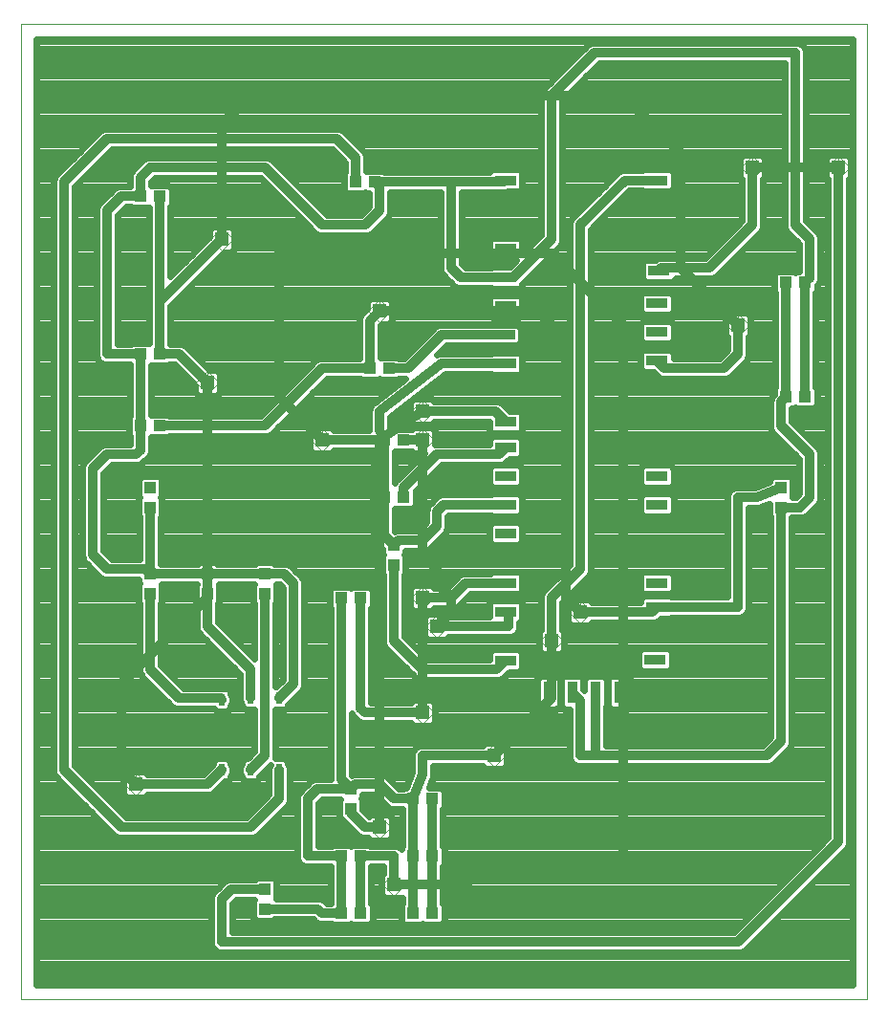
<source format=gtl>
G75*
%MOIN*%
%OFA0B0*%
%FSLAX25Y25*%
%IPPOS*%
%LPD*%
%AMOC8*
5,1,8,0,0,1.08239X$1,22.5*
%
%ADD10C,0.00000*%
%ADD11R,0.04331X0.03937*%
%ADD12R,0.03937X0.04331*%
%ADD13R,0.07600X0.03800*%
%ADD14R,0.06600X0.03200*%
%ADD15R,0.03800X0.07600*%
%ADD16R,0.02000X0.04000*%
%ADD17C,0.03200*%
%ADD18R,0.04750X0.04750*%
%ADD19C,0.00100*%
%ADD20C,0.02400*%
D10*
X0002200Y0002200D02*
X0002200Y0342200D01*
X0297200Y0342200D01*
X0297200Y0002200D01*
X0002200Y0002200D01*
D11*
X0113854Y0032200D03*
X0120546Y0032200D03*
X0138854Y0032200D03*
X0145546Y0032200D03*
X0145546Y0052200D03*
X0138854Y0052200D03*
X0120546Y0052200D03*
X0113854Y0052200D03*
X0138854Y0072200D03*
X0145546Y0072200D03*
X0120546Y0142200D03*
X0113854Y0142200D03*
X0128854Y0177200D03*
X0135546Y0177200D03*
X0135546Y0197200D03*
X0128854Y0197200D03*
X0130546Y0222200D03*
X0123854Y0222200D03*
X0125546Y0287200D03*
X0118854Y0287200D03*
X0050546Y0282200D03*
X0043854Y0282200D03*
X0043854Y0227200D03*
X0050546Y0227200D03*
X0050546Y0202200D03*
X0043854Y0202200D03*
X0268854Y0212200D03*
X0275546Y0212200D03*
X0275546Y0252200D03*
X0268854Y0252200D03*
D12*
X0267200Y0180546D03*
X0267200Y0173854D03*
X0132200Y0160546D03*
X0132200Y0153854D03*
X0087200Y0150546D03*
X0087200Y0143854D03*
X0067200Y0143854D03*
X0067200Y0150546D03*
X0047200Y0150546D03*
X0047200Y0143854D03*
X0047200Y0173854D03*
X0047200Y0180546D03*
X0117200Y0075546D03*
X0117200Y0068854D03*
X0087200Y0040546D03*
X0087200Y0033854D03*
D13*
X0171137Y0120389D03*
X0171137Y0137515D03*
X0171137Y0147515D03*
X0171137Y0164641D03*
X0171137Y0174641D03*
X0171137Y0184641D03*
X0171137Y0194641D03*
X0171137Y0203578D03*
X0171137Y0223893D03*
X0171137Y0243893D03*
X0171137Y0253893D03*
X0171137Y0263893D03*
X0171137Y0287830D03*
X0223893Y0287830D03*
X0224523Y0256294D03*
X0223893Y0244956D03*
X0223893Y0234956D03*
X0223893Y0224956D03*
X0223893Y0184641D03*
X0223893Y0174641D03*
X0223893Y0147515D03*
X0223893Y0139011D03*
X0223263Y0120704D03*
D14*
X0171137Y0233893D03*
D15*
X0186137Y0109326D03*
X0194326Y0109326D03*
X0202515Y0109326D03*
X0210704Y0109326D03*
D16*
X0092200Y0107200D03*
X0082200Y0107200D03*
X0072200Y0106806D03*
X0072200Y0082200D03*
X0082200Y0082200D03*
X0092200Y0082200D03*
D17*
X0092200Y0072200D01*
X0082200Y0062200D01*
X0037200Y0062200D01*
X0017200Y0082200D01*
X0017200Y0287200D01*
X0032200Y0302200D01*
X0112200Y0302200D01*
X0118854Y0295546D01*
X0118854Y0287200D01*
X0125546Y0287200D02*
X0152200Y0287200D01*
X0152200Y0257200D01*
X0155507Y0253893D01*
X0171137Y0253893D01*
X0173893Y0253893D01*
X0187200Y0267200D01*
X0187200Y0317200D01*
X0202200Y0332200D01*
X0272200Y0332200D01*
X0272200Y0272200D01*
X0277200Y0267200D01*
X0277200Y0253854D01*
X0275546Y0252200D01*
X0275546Y0212200D01*
X0268854Y0212200D02*
X0267200Y0210546D01*
X0267200Y0202200D01*
X0277200Y0192200D01*
X0277200Y0177200D01*
X0273854Y0173854D01*
X0267200Y0173854D01*
X0267200Y0092200D01*
X0262200Y0087200D01*
X0202200Y0087200D01*
X0202515Y0087515D01*
X0202515Y0109326D01*
X0197200Y0106452D02*
X0194326Y0109326D01*
X0197200Y0106452D02*
X0197200Y0087200D01*
X0202200Y0087200D01*
X0187200Y0107200D02*
X0167200Y0087200D01*
X0142200Y0087200D01*
X0142200Y0080546D01*
X0138854Y0072200D01*
X0132200Y0072200D01*
X0127200Y0077200D01*
X0118854Y0077200D01*
X0117200Y0075546D01*
X0113854Y0078893D01*
X0113854Y0142200D01*
X0120546Y0142200D02*
X0120546Y0103854D01*
X0122200Y0102200D01*
X0142200Y0102200D01*
X0142200Y0142200D01*
X0152200Y0142200D01*
X0152200Y0137200D01*
X0147200Y0132200D01*
X0172200Y0132200D01*
X0172200Y0136452D01*
X0171137Y0137515D01*
X0171452Y0147200D02*
X0171137Y0147515D01*
X0171452Y0147200D02*
X0172200Y0147200D01*
X0171452Y0147200D02*
X0157200Y0147200D01*
X0152200Y0142200D01*
X0147200Y0147200D01*
X0147200Y0152200D01*
X0142200Y0157200D01*
X0142200Y0197200D01*
X0135546Y0197200D01*
X0128854Y0197200D02*
X0107200Y0197200D01*
X0092200Y0212200D01*
X0092200Y0262200D01*
X0187200Y0262200D01*
X0212200Y0237200D01*
X0212200Y0052200D01*
X0207200Y0047200D01*
X0162200Y0047200D01*
X0157200Y0042200D01*
X0132200Y0042200D01*
X0132200Y0052200D01*
X0120546Y0052200D01*
X0120546Y0032200D01*
X0113854Y0032200D02*
X0107200Y0032200D01*
X0105546Y0033854D01*
X0087200Y0033854D01*
X0087200Y0040546D02*
X0075546Y0040546D01*
X0072200Y0037200D01*
X0072200Y0022200D01*
X0252200Y0022200D01*
X0287200Y0057200D01*
X0287200Y0292200D01*
X0257200Y0292200D01*
X0257200Y0272200D01*
X0242200Y0257200D01*
X0225428Y0257200D01*
X0224523Y0256294D01*
X0232200Y0257200D02*
X0252200Y0237200D01*
X0252200Y0227200D01*
X0247200Y0222200D01*
X0226649Y0222200D01*
X0223893Y0224956D01*
X0192200Y0232200D02*
X0192200Y0142200D01*
X0197200Y0137200D01*
X0222082Y0137200D01*
X0223893Y0139011D01*
X0252200Y0139011D01*
X0252200Y0177200D01*
X0258854Y0177200D01*
X0267200Y0180546D01*
X0268854Y0212200D02*
X0268854Y0252200D01*
X0232200Y0257200D02*
X0232200Y0297200D01*
X0212200Y0317200D01*
X0082200Y0317200D01*
X0072200Y0307200D01*
X0072200Y0267200D01*
X0050546Y0245546D01*
X0050546Y0227200D01*
X0057200Y0227200D01*
X0067200Y0217200D01*
X0067200Y0142200D01*
X0037200Y0112200D01*
X0037200Y0082200D01*
X0042200Y0077200D01*
X0067200Y0077200D01*
X0072200Y0082200D01*
X0082200Y0082200D02*
X0087200Y0087200D01*
X0087200Y0143854D01*
X0087200Y0150546D02*
X0067200Y0150546D01*
X0047200Y0150546D01*
X0047200Y0173854D01*
X0042200Y0192200D02*
X0032200Y0192200D01*
X0027200Y0187200D01*
X0027200Y0157200D01*
X0032200Y0152200D01*
X0045546Y0152200D01*
X0047200Y0150546D01*
X0047200Y0143854D02*
X0047200Y0117200D01*
X0057200Y0107200D01*
X0071806Y0107200D01*
X0072200Y0106806D01*
X0082200Y0107200D02*
X0082200Y0117200D01*
X0067200Y0132200D01*
X0067200Y0143854D01*
X0087200Y0150546D02*
X0093854Y0150546D01*
X0097200Y0147200D01*
X0097200Y0112200D01*
X0092200Y0107200D01*
X0105546Y0075546D02*
X0102200Y0072200D01*
X0102200Y0052200D01*
X0113854Y0052200D01*
X0113854Y0032200D01*
X0138854Y0032200D02*
X0138854Y0052200D01*
X0138854Y0072200D01*
X0145546Y0072200D02*
X0145546Y0052200D01*
X0145546Y0032200D01*
X0127200Y0062200D02*
X0122200Y0062200D01*
X0117200Y0067200D01*
X0117200Y0068854D01*
X0117200Y0075546D02*
X0105546Y0075546D01*
X0127200Y0062200D02*
X0127200Y0197200D01*
X0142200Y0207200D01*
X0167515Y0207200D01*
X0171137Y0203578D01*
X0171137Y0194641D02*
X0168696Y0192200D01*
X0147200Y0192200D01*
X0135546Y0180546D01*
X0135546Y0177200D01*
X0128854Y0177200D02*
X0128854Y0197200D01*
X0127200Y0200546D01*
X0127200Y0207200D01*
X0148893Y0223893D01*
X0171137Y0223893D01*
X0171137Y0233893D02*
X0148893Y0233893D01*
X0137200Y0222200D01*
X0130546Y0222200D01*
X0123854Y0222200D02*
X0123854Y0238854D01*
X0127200Y0242200D01*
X0182200Y0242200D01*
X0192200Y0232200D01*
X0197200Y0272200D02*
X0197200Y0152200D01*
X0187200Y0142200D01*
X0187200Y0127200D01*
X0187200Y0107200D01*
X0171137Y0120389D02*
X0167948Y0117200D01*
X0142200Y0117200D01*
X0132200Y0127200D01*
X0132200Y0153854D01*
X0132200Y0160546D02*
X0128854Y0163893D01*
X0128854Y0177200D01*
X0133854Y0162200D02*
X0132200Y0160546D01*
X0133854Y0162200D02*
X0142200Y0162200D01*
X0147200Y0167200D01*
X0147200Y0172200D01*
X0149641Y0174641D01*
X0171137Y0174641D01*
X0123854Y0222200D02*
X0107200Y0222200D01*
X0087200Y0202200D01*
X0050546Y0202200D01*
X0043854Y0202200D02*
X0043854Y0193854D01*
X0042200Y0192200D01*
X0043854Y0202200D02*
X0043854Y0227200D01*
X0032200Y0227200D01*
X0032200Y0277200D01*
X0037200Y0282200D01*
X0043854Y0282200D01*
X0043854Y0288854D01*
X0047200Y0292200D01*
X0087200Y0292200D01*
X0107200Y0272200D01*
X0122200Y0272200D01*
X0127200Y0277200D01*
X0127200Y0285546D01*
X0125546Y0287200D01*
X0152200Y0287200D02*
X0170507Y0287200D01*
X0171137Y0287830D01*
X0197200Y0272200D02*
X0212830Y0287830D01*
X0223893Y0287830D01*
X0050546Y0282200D02*
X0050546Y0227200D01*
D18*
X0067200Y0217200D03*
X0107200Y0197200D03*
X0142200Y0197200D03*
X0142200Y0207200D03*
X0127200Y0242200D03*
X0072200Y0267200D03*
X0142200Y0142200D03*
X0147200Y0132200D03*
X0142200Y0102200D03*
X0167200Y0087200D03*
X0127200Y0062200D03*
X0132200Y0042200D03*
X0042200Y0077200D03*
X0187200Y0127200D03*
X0197200Y0137200D03*
X0252200Y0237200D03*
X0257200Y0292200D03*
X0287200Y0292200D03*
D19*
X0287200Y0296200D01*
X0291200Y0292200D01*
X0287200Y0288200D01*
X0283200Y0292200D01*
X0287200Y0296200D01*
X0257200Y0296200D02*
X0257200Y0292200D01*
X0257200Y0296200D02*
X0261200Y0292200D01*
X0257200Y0288200D01*
X0253200Y0292200D01*
X0257200Y0296200D01*
X0252200Y0241200D02*
X0252200Y0237200D01*
X0252200Y0241200D02*
X0256200Y0237200D01*
X0252200Y0233200D01*
X0248200Y0237200D01*
X0252200Y0241200D01*
X0142200Y0211200D02*
X0142200Y0207200D01*
X0142200Y0211200D02*
X0146200Y0207200D01*
X0142200Y0203200D01*
X0138200Y0207200D01*
X0142200Y0211200D01*
X0142200Y0201200D02*
X0142200Y0197200D01*
X0142200Y0201200D02*
X0146200Y0197200D01*
X0142200Y0193200D01*
X0138200Y0197200D01*
X0142200Y0201200D01*
X0107200Y0201200D02*
X0107200Y0197200D01*
X0107200Y0201200D02*
X0111200Y0197200D01*
X0107200Y0193200D01*
X0103200Y0197200D01*
X0107200Y0201200D01*
X0067200Y0217200D02*
X0067200Y0221200D01*
X0071200Y0217200D01*
X0067200Y0213200D01*
X0063200Y0217200D01*
X0067200Y0221200D01*
X0072200Y0267200D02*
X0072200Y0271200D01*
X0076200Y0267200D01*
X0072200Y0263200D01*
X0068200Y0267200D01*
X0072200Y0271200D01*
X0127200Y0246200D02*
X0127200Y0242200D01*
X0127200Y0246200D02*
X0131200Y0242200D01*
X0127200Y0238200D01*
X0123200Y0242200D01*
X0127200Y0246200D01*
X0142200Y0146200D02*
X0142200Y0142200D01*
X0142200Y0146200D02*
X0146200Y0142200D01*
X0142200Y0138200D01*
X0138200Y0142200D01*
X0142200Y0146200D01*
X0147200Y0136200D02*
X0147200Y0132200D01*
X0147200Y0136200D02*
X0151200Y0132200D01*
X0147200Y0128200D01*
X0143200Y0132200D01*
X0147200Y0136200D01*
X0142200Y0106200D02*
X0142200Y0102200D01*
X0142200Y0106200D02*
X0146200Y0102200D01*
X0142200Y0098200D01*
X0138200Y0102200D01*
X0142200Y0106200D01*
X0167200Y0091200D02*
X0167200Y0087200D01*
X0167200Y0091200D02*
X0171200Y0087200D01*
X0167200Y0083200D01*
X0163200Y0087200D01*
X0167200Y0091200D01*
X0187200Y0127200D02*
X0187200Y0131200D01*
X0191200Y0127200D01*
X0187200Y0123200D01*
X0183200Y0127200D01*
X0187200Y0131200D01*
X0197200Y0137200D02*
X0197200Y0141200D01*
X0201200Y0137200D01*
X0197200Y0133200D01*
X0193200Y0137200D01*
X0197200Y0141200D01*
X0127200Y0066200D02*
X0127200Y0062200D01*
X0127200Y0066200D02*
X0131200Y0062200D01*
X0127200Y0058200D01*
X0123200Y0062200D01*
X0127200Y0066200D01*
X0132200Y0046200D02*
X0132200Y0042200D01*
X0132200Y0046200D02*
X0136200Y0042200D01*
X0132200Y0038200D01*
X0128200Y0042200D01*
X0132200Y0046200D01*
X0042200Y0077200D02*
X0042200Y0081200D01*
X0046200Y0077200D01*
X0042200Y0073200D01*
X0038200Y0077200D01*
X0042200Y0081200D01*
D20*
X0045403Y0081575D02*
X0046178Y0080800D01*
X0065709Y0080800D01*
X0069200Y0084291D01*
X0069200Y0085028D01*
X0070372Y0086200D01*
X0074028Y0086200D01*
X0075200Y0085028D01*
X0075200Y0084291D01*
X0075252Y0084239D01*
X0075800Y0082916D01*
X0075800Y0081484D01*
X0075252Y0080161D01*
X0075200Y0080109D01*
X0075200Y0079372D01*
X0074028Y0078200D01*
X0073291Y0078200D01*
X0069239Y0074148D01*
X0067916Y0073600D01*
X0046178Y0073600D01*
X0045403Y0072825D01*
X0038997Y0072825D01*
X0037825Y0073997D01*
X0037825Y0080403D01*
X0038997Y0081575D01*
X0045403Y0081575D01*
X0037825Y0079561D02*
X0024930Y0079561D01*
X0027328Y0077163D02*
X0037825Y0077163D01*
X0037825Y0074764D02*
X0029727Y0074764D01*
X0032125Y0072366D02*
X0087275Y0072366D01*
X0088600Y0073691D02*
X0080709Y0065800D01*
X0038691Y0065800D01*
X0020800Y0083691D01*
X0020800Y0285709D01*
X0033691Y0298600D01*
X0110709Y0298600D01*
X0115254Y0294055D01*
X0115254Y0290562D01*
X0114688Y0289997D01*
X0114688Y0284403D01*
X0115860Y0283231D01*
X0121847Y0283231D01*
X0122200Y0283584D01*
X0122553Y0283231D01*
X0123600Y0283231D01*
X0123600Y0278691D01*
X0120709Y0275800D01*
X0108691Y0275800D01*
X0089239Y0295252D01*
X0087916Y0295800D01*
X0046484Y0295800D01*
X0045161Y0295252D01*
X0044148Y0294239D01*
X0040802Y0290893D01*
X0040254Y0289570D01*
X0040254Y0285800D01*
X0036484Y0285800D01*
X0035161Y0285252D01*
X0030161Y0280252D01*
X0029148Y0279239D01*
X0028600Y0277916D01*
X0028600Y0226484D01*
X0029148Y0225161D01*
X0030161Y0224148D01*
X0031484Y0223600D01*
X0040254Y0223600D01*
X0040254Y0205562D01*
X0039688Y0204997D01*
X0039688Y0199403D01*
X0040254Y0198838D01*
X0040254Y0195800D01*
X0031484Y0195800D01*
X0030161Y0195252D01*
X0025161Y0190252D01*
X0024148Y0189239D01*
X0023600Y0187916D01*
X0023600Y0156484D01*
X0024148Y0155161D01*
X0029148Y0150161D01*
X0030161Y0149148D01*
X0031484Y0148600D01*
X0043231Y0148600D01*
X0043231Y0147553D01*
X0043584Y0147200D01*
X0043231Y0146847D01*
X0043231Y0140860D01*
X0043600Y0140491D01*
X0043600Y0116484D01*
X0044148Y0115161D01*
X0054148Y0105161D01*
X0055161Y0104148D01*
X0056484Y0103600D01*
X0069578Y0103600D01*
X0070372Y0102806D01*
X0074028Y0102806D01*
X0075200Y0103978D01*
X0075200Y0104715D01*
X0075252Y0104767D01*
X0075800Y0106090D01*
X0075800Y0107522D01*
X0075252Y0108846D01*
X0075200Y0108897D01*
X0075200Y0109635D01*
X0074028Y0110806D01*
X0070372Y0110806D01*
X0070365Y0110800D01*
X0058691Y0110800D01*
X0050800Y0118691D01*
X0050800Y0140491D01*
X0051168Y0140860D01*
X0051168Y0146847D01*
X0051069Y0146946D01*
X0063331Y0146946D01*
X0063231Y0146847D01*
X0063231Y0140860D01*
X0063600Y0140491D01*
X0063600Y0131484D01*
X0064148Y0130161D01*
X0078600Y0115709D01*
X0078600Y0106484D01*
X0079148Y0105161D01*
X0079200Y0105109D01*
X0079200Y0104372D01*
X0080372Y0103200D01*
X0083600Y0103200D01*
X0083600Y0088691D01*
X0081109Y0086200D01*
X0080372Y0086200D01*
X0079200Y0085028D01*
X0079200Y0084291D01*
X0079148Y0084239D01*
X0078600Y0082916D01*
X0078600Y0081484D01*
X0079148Y0080161D01*
X0079200Y0080109D01*
X0079200Y0079372D01*
X0080372Y0078200D01*
X0084028Y0078200D01*
X0085200Y0079372D01*
X0085200Y0080109D01*
X0089019Y0083928D01*
X0088600Y0082916D01*
X0088600Y0073691D01*
X0088600Y0074764D02*
X0069855Y0074764D01*
X0072254Y0077163D02*
X0088600Y0077163D01*
X0088600Y0079561D02*
X0085200Y0079561D01*
X0087051Y0081960D02*
X0088600Y0081960D01*
X0094028Y0086200D02*
X0095200Y0085028D01*
X0095200Y0084291D01*
X0095252Y0084239D01*
X0095800Y0082916D01*
X0095800Y0071484D01*
X0095252Y0070161D01*
X0094239Y0069148D01*
X0084239Y0059148D01*
X0082916Y0058600D01*
X0036484Y0058600D01*
X0035161Y0059148D01*
X0034148Y0060161D01*
X0014148Y0080161D01*
X0013600Y0081484D01*
X0013600Y0287916D01*
X0014148Y0289239D01*
X0015161Y0290252D01*
X0030161Y0305252D01*
X0031484Y0305800D01*
X0112916Y0305800D01*
X0114239Y0305252D01*
X0115252Y0304239D01*
X0121905Y0297586D01*
X0122454Y0296263D01*
X0122454Y0291069D01*
X0122553Y0291168D01*
X0128540Y0291168D01*
X0128909Y0290800D01*
X0165579Y0290800D01*
X0166509Y0291730D01*
X0175765Y0291730D01*
X0176937Y0290558D01*
X0176937Y0285101D01*
X0175765Y0283930D01*
X0172020Y0283930D01*
X0171223Y0283600D01*
X0155800Y0283600D01*
X0155800Y0258691D01*
X0156998Y0257493D01*
X0166209Y0257493D01*
X0166509Y0257793D01*
X0172702Y0257793D01*
X0174902Y0259993D01*
X0166509Y0259993D01*
X0165337Y0261164D01*
X0165337Y0266621D01*
X0166509Y0267793D01*
X0175765Y0267793D01*
X0176937Y0266621D01*
X0176937Y0262028D01*
X0183600Y0268691D01*
X0183600Y0317916D01*
X0184148Y0319239D01*
X0199148Y0334239D01*
X0200161Y0335252D01*
X0201484Y0335800D01*
X0272916Y0335800D01*
X0274239Y0335252D01*
X0275252Y0334239D01*
X0275800Y0332916D01*
X0275800Y0273691D01*
X0279239Y0270252D01*
X0280252Y0269239D01*
X0280800Y0267916D01*
X0280800Y0253137D01*
X0280252Y0251814D01*
X0279712Y0251274D01*
X0279712Y0249403D01*
X0279146Y0248838D01*
X0279146Y0215562D01*
X0279712Y0214997D01*
X0279712Y0209403D01*
X0278540Y0208231D01*
X0272553Y0208231D01*
X0272200Y0208584D01*
X0271847Y0208231D01*
X0270800Y0208231D01*
X0270800Y0203691D01*
X0280252Y0194239D01*
X0280800Y0192916D01*
X0280800Y0176484D01*
X0280252Y0175161D01*
X0279239Y0174148D01*
X0275893Y0170802D01*
X0274570Y0170254D01*
X0270800Y0170254D01*
X0270800Y0091484D01*
X0270252Y0090161D01*
X0265252Y0085161D01*
X0264239Y0084148D01*
X0262916Y0083600D01*
X0196484Y0083600D01*
X0195161Y0084148D01*
X0194148Y0085161D01*
X0193600Y0086484D01*
X0193600Y0103526D01*
X0191598Y0103526D01*
X0190426Y0104698D01*
X0190426Y0113954D01*
X0191598Y0115126D01*
X0197054Y0115126D01*
X0198226Y0113954D01*
X0198226Y0110517D01*
X0198615Y0110128D01*
X0198615Y0113954D01*
X0199787Y0115126D01*
X0205243Y0115126D01*
X0206415Y0113954D01*
X0206415Y0104698D01*
X0206115Y0104398D01*
X0206115Y0090800D01*
X0260709Y0090800D01*
X0263600Y0093691D01*
X0263600Y0170491D01*
X0263231Y0170860D01*
X0263231Y0175077D01*
X0260212Y0173866D01*
X0259570Y0173600D01*
X0259548Y0173600D01*
X0259529Y0173592D01*
X0258833Y0173600D01*
X0255800Y0173600D01*
X0255800Y0138295D01*
X0255252Y0136972D01*
X0254239Y0135959D01*
X0252916Y0135411D01*
X0228821Y0135411D01*
X0228521Y0135111D01*
X0225084Y0135111D01*
X0224121Y0134148D01*
X0222798Y0133600D01*
X0201178Y0133600D01*
X0200403Y0132825D01*
X0193997Y0132825D01*
X0192825Y0133997D01*
X0192825Y0140403D01*
X0193997Y0141575D01*
X0200403Y0141575D01*
X0201178Y0140800D01*
X0218093Y0140800D01*
X0218093Y0141739D01*
X0219264Y0142911D01*
X0228521Y0142911D01*
X0228821Y0142611D01*
X0248600Y0142611D01*
X0248600Y0177916D01*
X0249148Y0179239D01*
X0250161Y0180252D01*
X0251484Y0180800D01*
X0258159Y0180800D01*
X0263231Y0182834D01*
X0263231Y0183540D01*
X0264403Y0184712D01*
X0269997Y0184712D01*
X0271168Y0183540D01*
X0271168Y0177553D01*
X0271069Y0177454D01*
X0272362Y0177454D01*
X0273600Y0178691D01*
X0273600Y0190709D01*
X0265161Y0199148D01*
X0264148Y0200161D01*
X0263600Y0201484D01*
X0263600Y0211263D01*
X0264148Y0212586D01*
X0264688Y0213126D01*
X0264688Y0214997D01*
X0265254Y0215562D01*
X0265254Y0248838D01*
X0264688Y0249403D01*
X0264688Y0254997D01*
X0265860Y0256168D01*
X0271847Y0256168D01*
X0272200Y0255816D01*
X0272553Y0256168D01*
X0273600Y0256168D01*
X0273600Y0265709D01*
X0269148Y0270161D01*
X0268600Y0271484D01*
X0268600Y0328600D01*
X0203691Y0328600D01*
X0190800Y0315709D01*
X0190800Y0266484D01*
X0190252Y0265161D01*
X0189239Y0264148D01*
X0189239Y0264148D01*
X0176937Y0251846D01*
X0176937Y0251164D01*
X0175765Y0249993D01*
X0166509Y0249993D01*
X0166209Y0250293D01*
X0154791Y0250293D01*
X0153468Y0250841D01*
X0150161Y0254148D01*
X0149148Y0255161D01*
X0148600Y0256484D01*
X0148600Y0283600D01*
X0130800Y0283600D01*
X0130800Y0276484D01*
X0130252Y0275161D01*
X0129239Y0274148D01*
X0124239Y0269148D01*
X0122916Y0268600D01*
X0106484Y0268600D01*
X0105161Y0269148D01*
X0104148Y0270161D01*
X0085709Y0288600D01*
X0048691Y0288600D01*
X0047454Y0287362D01*
X0047454Y0286069D01*
X0047553Y0286168D01*
X0053540Y0286168D01*
X0054712Y0284997D01*
X0054712Y0279403D01*
X0054146Y0278838D01*
X0054146Y0254238D01*
X0067825Y0267916D01*
X0067825Y0270403D01*
X0068997Y0271575D01*
X0075403Y0271575D01*
X0076575Y0270403D01*
X0076575Y0263997D01*
X0075403Y0262825D01*
X0072916Y0262825D01*
X0054146Y0244055D01*
X0054146Y0230800D01*
X0057916Y0230800D01*
X0059239Y0230252D01*
X0067916Y0221575D01*
X0070403Y0221575D01*
X0071575Y0220403D01*
X0071575Y0213997D01*
X0070403Y0212825D01*
X0063997Y0212825D01*
X0062825Y0213997D01*
X0062825Y0216484D01*
X0055709Y0223600D01*
X0053909Y0223600D01*
X0053540Y0223231D01*
X0047553Y0223231D01*
X0047454Y0223331D01*
X0047454Y0206069D01*
X0047553Y0206168D01*
X0053540Y0206168D01*
X0053909Y0205800D01*
X0085709Y0205800D01*
X0104148Y0224239D01*
X0105161Y0225252D01*
X0106484Y0225800D01*
X0120254Y0225800D01*
X0120254Y0239570D01*
X0120802Y0240893D01*
X0122825Y0242916D01*
X0122825Y0245403D01*
X0123997Y0246575D01*
X0130403Y0246575D01*
X0131575Y0245403D01*
X0131575Y0238997D01*
X0130403Y0237825D01*
X0127916Y0237825D01*
X0127454Y0237362D01*
X0127454Y0226069D01*
X0127553Y0226168D01*
X0133540Y0226168D01*
X0133909Y0225800D01*
X0135709Y0225800D01*
X0146854Y0236945D01*
X0148177Y0237493D01*
X0175265Y0237493D01*
X0176437Y0236321D01*
X0176437Y0231464D01*
X0175265Y0230293D01*
X0150384Y0230293D01*
X0147277Y0227186D01*
X0147731Y0227308D01*
X0148177Y0227493D01*
X0148416Y0227493D01*
X0148648Y0227555D01*
X0149126Y0227493D01*
X0166209Y0227493D01*
X0166509Y0227793D01*
X0175765Y0227793D01*
X0176937Y0226621D01*
X0176937Y0221164D01*
X0175765Y0219993D01*
X0166509Y0219993D01*
X0166209Y0220293D01*
X0150118Y0220293D01*
X0130800Y0205428D01*
X0130800Y0201387D01*
X0130908Y0201168D01*
X0131847Y0201168D01*
X0132200Y0200816D01*
X0132553Y0201168D01*
X0138540Y0201168D01*
X0138565Y0201143D01*
X0138997Y0201575D01*
X0145403Y0201575D01*
X0146575Y0200403D01*
X0146575Y0195800D01*
X0165337Y0195800D01*
X0165337Y0197369D01*
X0166509Y0198541D01*
X0175765Y0198541D01*
X0176937Y0197369D01*
X0176937Y0191913D01*
X0175765Y0190741D01*
X0172328Y0190741D01*
X0170735Y0189148D01*
X0169412Y0188600D01*
X0148691Y0188600D01*
X0139712Y0179621D01*
X0139712Y0174403D01*
X0138540Y0173231D01*
X0132553Y0173231D01*
X0132454Y0173331D01*
X0132454Y0165517D01*
X0133137Y0165800D01*
X0140709Y0165800D01*
X0143600Y0168691D01*
X0143600Y0172916D01*
X0144148Y0174239D01*
X0145161Y0175252D01*
X0147602Y0177693D01*
X0148925Y0178241D01*
X0166209Y0178241D01*
X0166509Y0178541D01*
X0175765Y0178541D01*
X0176937Y0177369D01*
X0176937Y0171913D01*
X0175765Y0170741D01*
X0166509Y0170741D01*
X0166209Y0171041D01*
X0151132Y0171041D01*
X0150800Y0170709D01*
X0150800Y0166484D01*
X0150252Y0165161D01*
X0145252Y0160161D01*
X0144239Y0159148D01*
X0142916Y0158600D01*
X0136168Y0158600D01*
X0136168Y0157553D01*
X0135816Y0157200D01*
X0136168Y0156847D01*
X0136168Y0150860D01*
X0135800Y0150491D01*
X0135800Y0128691D01*
X0143691Y0120800D01*
X0165337Y0120800D01*
X0165337Y0123117D01*
X0166509Y0124289D01*
X0175765Y0124289D01*
X0176937Y0123117D01*
X0176937Y0117661D01*
X0175765Y0116489D01*
X0172328Y0116489D01*
X0169987Y0114148D01*
X0168664Y0113600D01*
X0141484Y0113600D01*
X0140161Y0114148D01*
X0139148Y0115161D01*
X0129148Y0125161D01*
X0128600Y0126484D01*
X0128600Y0150491D01*
X0128231Y0150860D01*
X0128231Y0156847D01*
X0128584Y0157200D01*
X0128231Y0157553D01*
X0128231Y0159424D01*
X0125802Y0161854D01*
X0125254Y0163177D01*
X0125254Y0173838D01*
X0124688Y0174403D01*
X0124688Y0179997D01*
X0125254Y0180562D01*
X0125254Y0193600D01*
X0111178Y0193600D01*
X0110403Y0192825D01*
X0103997Y0192825D01*
X0102825Y0193997D01*
X0102825Y0200403D01*
X0103997Y0201575D01*
X0110403Y0201575D01*
X0111178Y0200800D01*
X0123575Y0200800D01*
X0123560Y0201023D01*
X0123600Y0201139D01*
X0123600Y0206724D01*
X0123538Y0206955D01*
X0123600Y0207433D01*
X0123600Y0207916D01*
X0123692Y0208137D01*
X0123723Y0208375D01*
X0123963Y0208793D01*
X0124148Y0209239D01*
X0124318Y0209409D01*
X0124437Y0209616D01*
X0124819Y0209911D01*
X0125161Y0210252D01*
X0125382Y0210344D01*
X0136112Y0218600D01*
X0133909Y0218600D01*
X0133540Y0218231D01*
X0127553Y0218231D01*
X0127200Y0218584D01*
X0126847Y0218231D01*
X0120860Y0218231D01*
X0120491Y0218600D01*
X0108691Y0218600D01*
X0089239Y0199148D01*
X0087916Y0198600D01*
X0053909Y0198600D01*
X0053540Y0198231D01*
X0047553Y0198231D01*
X0047454Y0198331D01*
X0047454Y0193137D01*
X0046905Y0191814D01*
X0045252Y0190161D01*
X0044239Y0189148D01*
X0042916Y0188600D01*
X0033691Y0188600D01*
X0030800Y0185709D01*
X0030800Y0158691D01*
X0033691Y0155800D01*
X0043600Y0155800D01*
X0043600Y0170491D01*
X0043231Y0170860D01*
X0043231Y0176847D01*
X0043584Y0177200D01*
X0043231Y0177553D01*
X0043231Y0183540D01*
X0044403Y0184712D01*
X0049997Y0184712D01*
X0051168Y0183540D01*
X0051168Y0177553D01*
X0050816Y0177200D01*
X0051168Y0176847D01*
X0051168Y0170860D01*
X0050800Y0170491D01*
X0050800Y0154146D01*
X0063838Y0154146D01*
X0064403Y0154712D01*
X0069997Y0154712D01*
X0070562Y0154146D01*
X0083838Y0154146D01*
X0084403Y0154712D01*
X0089997Y0154712D01*
X0090562Y0154146D01*
X0094570Y0154146D01*
X0095893Y0153598D01*
X0099239Y0150252D01*
X0100252Y0149239D01*
X0100800Y0147916D01*
X0100800Y0111484D01*
X0100252Y0110161D01*
X0095200Y0105109D01*
X0095200Y0104372D01*
X0094028Y0103200D01*
X0090800Y0103200D01*
X0090800Y0086484D01*
X0090682Y0086200D01*
X0094028Y0086200D01*
X0095200Y0084358D02*
X0110254Y0084358D01*
X0110254Y0081960D02*
X0095800Y0081960D01*
X0095800Y0079561D02*
X0110254Y0079561D01*
X0110254Y0079146D02*
X0104830Y0079146D01*
X0103507Y0078598D01*
X0100161Y0075252D01*
X0099148Y0074239D01*
X0098600Y0072916D01*
X0098600Y0051484D01*
X0099148Y0050161D01*
X0100161Y0049148D01*
X0101484Y0048600D01*
X0110254Y0048600D01*
X0110254Y0035800D01*
X0108691Y0035800D01*
X0107586Y0036905D01*
X0106263Y0037454D01*
X0091069Y0037454D01*
X0091168Y0037553D01*
X0091168Y0043540D01*
X0089997Y0044712D01*
X0084403Y0044712D01*
X0083838Y0044146D01*
X0074830Y0044146D01*
X0073507Y0043598D01*
X0070161Y0040252D01*
X0069148Y0039239D01*
X0068600Y0037916D01*
X0068600Y0021484D01*
X0069148Y0020161D01*
X0070161Y0019148D01*
X0071484Y0018600D01*
X0252916Y0018600D01*
X0254239Y0019148D01*
X0289239Y0054148D01*
X0290252Y0055161D01*
X0290800Y0056484D01*
X0290800Y0288222D01*
X0291575Y0288997D01*
X0291575Y0295403D01*
X0290403Y0296575D01*
X0283997Y0296575D01*
X0282825Y0295403D01*
X0282825Y0288997D01*
X0283600Y0288222D01*
X0283600Y0058691D01*
X0250709Y0025800D01*
X0075800Y0025800D01*
X0075800Y0035709D01*
X0077038Y0036946D01*
X0083331Y0036946D01*
X0083231Y0036847D01*
X0083231Y0030860D01*
X0084403Y0029688D01*
X0089997Y0029688D01*
X0090562Y0030254D01*
X0104055Y0030254D01*
X0104148Y0030161D01*
X0105161Y0029148D01*
X0106484Y0028600D01*
X0110491Y0028600D01*
X0110860Y0028231D01*
X0116847Y0028231D01*
X0117200Y0028584D01*
X0117553Y0028231D01*
X0123540Y0028231D01*
X0124712Y0029403D01*
X0124712Y0034997D01*
X0124146Y0035562D01*
X0124146Y0048600D01*
X0128600Y0048600D01*
X0128600Y0046178D01*
X0127825Y0045403D01*
X0127825Y0038997D01*
X0128997Y0037825D01*
X0135254Y0037825D01*
X0135254Y0035562D01*
X0134688Y0034997D01*
X0134688Y0029403D01*
X0135860Y0028231D01*
X0141847Y0028231D01*
X0142200Y0028584D01*
X0142553Y0028231D01*
X0148540Y0028231D01*
X0149712Y0029403D01*
X0149712Y0034997D01*
X0149146Y0035562D01*
X0149146Y0048838D01*
X0149712Y0049403D01*
X0149712Y0054997D01*
X0149146Y0055562D01*
X0149146Y0068838D01*
X0149712Y0069403D01*
X0149712Y0074997D01*
X0148540Y0076168D01*
X0144323Y0076168D01*
X0145534Y0079187D01*
X0145800Y0079830D01*
X0145800Y0079852D01*
X0145808Y0079871D01*
X0145800Y0080566D01*
X0145800Y0083600D01*
X0163222Y0083600D01*
X0163997Y0082825D01*
X0170403Y0082825D01*
X0171575Y0083997D01*
X0171575Y0090403D01*
X0170403Y0091575D01*
X0163997Y0091575D01*
X0163222Y0090800D01*
X0141484Y0090800D01*
X0140161Y0090252D01*
X0139148Y0089239D01*
X0138600Y0087916D01*
X0138600Y0081241D01*
X0136566Y0076168D01*
X0135860Y0076168D01*
X0135491Y0075800D01*
X0133691Y0075800D01*
X0130252Y0079239D01*
X0129239Y0080252D01*
X0127916Y0080800D01*
X0118137Y0080800D01*
X0117454Y0080517D01*
X0117454Y0101913D01*
X0117495Y0101814D01*
X0119148Y0100161D01*
X0120161Y0099148D01*
X0121484Y0098600D01*
X0138222Y0098600D01*
X0138997Y0097825D01*
X0145403Y0097825D01*
X0146575Y0098997D01*
X0146575Y0105403D01*
X0145403Y0106575D01*
X0138997Y0106575D01*
X0138222Y0105800D01*
X0124146Y0105800D01*
X0124146Y0138838D01*
X0124712Y0139403D01*
X0124712Y0144997D01*
X0123540Y0146168D01*
X0117553Y0146168D01*
X0117200Y0145816D01*
X0116847Y0146168D01*
X0110860Y0146168D01*
X0109688Y0144997D01*
X0109688Y0139403D01*
X0110254Y0138838D01*
X0110254Y0079146D01*
X0117454Y0081960D02*
X0138600Y0081960D01*
X0138600Y0084358D02*
X0117454Y0084358D01*
X0117454Y0086757D02*
X0138600Y0086757D01*
X0139113Y0089155D02*
X0117454Y0089155D01*
X0117454Y0091554D02*
X0163976Y0091554D01*
X0170424Y0091554D02*
X0193600Y0091554D01*
X0193600Y0093952D02*
X0117454Y0093952D01*
X0117454Y0096351D02*
X0193600Y0096351D01*
X0193600Y0098749D02*
X0146327Y0098749D01*
X0146575Y0101148D02*
X0193600Y0101148D01*
X0191577Y0103546D02*
X0188886Y0103546D01*
X0188865Y0103526D02*
X0190037Y0104698D01*
X0190037Y0113954D01*
X0188865Y0115126D01*
X0183409Y0115126D01*
X0182237Y0113954D01*
X0182237Y0104698D01*
X0183409Y0103526D01*
X0188865Y0103526D01*
X0190037Y0105945D02*
X0190426Y0105945D01*
X0190426Y0108343D02*
X0190037Y0108343D01*
X0190037Y0110742D02*
X0190426Y0110742D01*
X0190426Y0113140D02*
X0190037Y0113140D01*
X0182237Y0113140D02*
X0124146Y0113140D01*
X0124146Y0110742D02*
X0182237Y0110742D01*
X0182237Y0108343D02*
X0124146Y0108343D01*
X0124146Y0105945D02*
X0138367Y0105945D01*
X0146033Y0105945D02*
X0182237Y0105945D01*
X0183388Y0103546D02*
X0146575Y0103546D01*
X0138770Y0115539D02*
X0124146Y0115539D01*
X0124146Y0117937D02*
X0136371Y0117937D01*
X0133973Y0120336D02*
X0124146Y0120336D01*
X0124146Y0122734D02*
X0131574Y0122734D01*
X0129176Y0125133D02*
X0124146Y0125133D01*
X0124146Y0127532D02*
X0128600Y0127532D01*
X0128600Y0129930D02*
X0124146Y0129930D01*
X0124146Y0132329D02*
X0128600Y0132329D01*
X0128600Y0134727D02*
X0124146Y0134727D01*
X0124146Y0137126D02*
X0128600Y0137126D01*
X0128600Y0139524D02*
X0124712Y0139524D01*
X0124712Y0141923D02*
X0128600Y0141923D01*
X0128600Y0144321D02*
X0124712Y0144321D01*
X0128600Y0146720D02*
X0100800Y0146720D01*
X0100800Y0144321D02*
X0109688Y0144321D01*
X0109688Y0141923D02*
X0100800Y0141923D01*
X0100800Y0139524D02*
X0109688Y0139524D01*
X0110254Y0137126D02*
X0100800Y0137126D01*
X0100800Y0134727D02*
X0110254Y0134727D01*
X0110254Y0132329D02*
X0100800Y0132329D01*
X0100800Y0129930D02*
X0110254Y0129930D01*
X0110254Y0127532D02*
X0100800Y0127532D01*
X0100800Y0125133D02*
X0110254Y0125133D01*
X0110254Y0122734D02*
X0100800Y0122734D01*
X0100800Y0120336D02*
X0110254Y0120336D01*
X0110254Y0117937D02*
X0100800Y0117937D01*
X0100800Y0115539D02*
X0110254Y0115539D01*
X0110254Y0113140D02*
X0100800Y0113140D01*
X0100493Y0110742D02*
X0110254Y0110742D01*
X0110254Y0108343D02*
X0098435Y0108343D01*
X0096036Y0105945D02*
X0110254Y0105945D01*
X0110254Y0103546D02*
X0094375Y0103546D01*
X0090800Y0101148D02*
X0110254Y0101148D01*
X0110254Y0098749D02*
X0090800Y0098749D01*
X0090800Y0096351D02*
X0110254Y0096351D01*
X0110254Y0093952D02*
X0090800Y0093952D01*
X0090800Y0091554D02*
X0110254Y0091554D01*
X0110254Y0089155D02*
X0090800Y0089155D01*
X0090800Y0086757D02*
X0110254Y0086757D01*
X0102072Y0077163D02*
X0095800Y0077163D01*
X0095800Y0074764D02*
X0099673Y0074764D01*
X0098600Y0072366D02*
X0095800Y0072366D01*
X0095058Y0069967D02*
X0098600Y0069967D01*
X0098600Y0067569D02*
X0092660Y0067569D01*
X0090261Y0065170D02*
X0098600Y0065170D01*
X0098600Y0062772D02*
X0087863Y0062772D01*
X0085464Y0060373D02*
X0098600Y0060373D01*
X0098600Y0057975D02*
X0007400Y0057975D01*
X0007400Y0060373D02*
X0033936Y0060373D01*
X0031537Y0062772D02*
X0007400Y0062772D01*
X0007400Y0065170D02*
X0029139Y0065170D01*
X0026740Y0067569D02*
X0007400Y0067569D01*
X0007400Y0069967D02*
X0024342Y0069967D01*
X0021943Y0072366D02*
X0007400Y0072366D01*
X0007400Y0074764D02*
X0019545Y0074764D01*
X0017146Y0077163D02*
X0007400Y0077163D01*
X0007400Y0079561D02*
X0014748Y0079561D01*
X0013600Y0081960D02*
X0007400Y0081960D01*
X0007400Y0084358D02*
X0013600Y0084358D01*
X0013600Y0086757D02*
X0007400Y0086757D01*
X0007400Y0089155D02*
X0013600Y0089155D01*
X0013600Y0091554D02*
X0007400Y0091554D01*
X0007400Y0093952D02*
X0013600Y0093952D01*
X0013600Y0096351D02*
X0007400Y0096351D01*
X0007400Y0098749D02*
X0013600Y0098749D01*
X0013600Y0101148D02*
X0007400Y0101148D01*
X0007400Y0103546D02*
X0013600Y0103546D01*
X0013600Y0105945D02*
X0007400Y0105945D01*
X0007400Y0108343D02*
X0013600Y0108343D01*
X0013600Y0110742D02*
X0007400Y0110742D01*
X0007400Y0113140D02*
X0013600Y0113140D01*
X0013600Y0115539D02*
X0007400Y0115539D01*
X0007400Y0117937D02*
X0013600Y0117937D01*
X0013600Y0120336D02*
X0007400Y0120336D01*
X0007400Y0122734D02*
X0013600Y0122734D01*
X0013600Y0125133D02*
X0007400Y0125133D01*
X0007400Y0127532D02*
X0013600Y0127532D01*
X0013600Y0129930D02*
X0007400Y0129930D01*
X0007400Y0132329D02*
X0013600Y0132329D01*
X0013600Y0134727D02*
X0007400Y0134727D01*
X0007400Y0137126D02*
X0013600Y0137126D01*
X0013600Y0139524D02*
X0007400Y0139524D01*
X0007400Y0141923D02*
X0013600Y0141923D01*
X0013600Y0144321D02*
X0007400Y0144321D01*
X0007400Y0146720D02*
X0013600Y0146720D01*
X0013600Y0149118D02*
X0007400Y0149118D01*
X0007400Y0151517D02*
X0013600Y0151517D01*
X0013600Y0153915D02*
X0007400Y0153915D01*
X0007400Y0156314D02*
X0013600Y0156314D01*
X0013600Y0158712D02*
X0007400Y0158712D01*
X0007400Y0161111D02*
X0013600Y0161111D01*
X0013600Y0163509D02*
X0007400Y0163509D01*
X0007400Y0165908D02*
X0013600Y0165908D01*
X0013600Y0168306D02*
X0007400Y0168306D01*
X0007400Y0170705D02*
X0013600Y0170705D01*
X0013600Y0173103D02*
X0007400Y0173103D01*
X0007400Y0175502D02*
X0013600Y0175502D01*
X0013600Y0177900D02*
X0007400Y0177900D01*
X0007400Y0180299D02*
X0013600Y0180299D01*
X0013600Y0182697D02*
X0007400Y0182697D01*
X0007400Y0185096D02*
X0013600Y0185096D01*
X0013600Y0187494D02*
X0007400Y0187494D01*
X0007400Y0189893D02*
X0013600Y0189893D01*
X0013600Y0192291D02*
X0007400Y0192291D01*
X0007400Y0194690D02*
X0013600Y0194690D01*
X0013600Y0197088D02*
X0007400Y0197088D01*
X0007400Y0199487D02*
X0013600Y0199487D01*
X0013600Y0201885D02*
X0007400Y0201885D01*
X0007400Y0204284D02*
X0013600Y0204284D01*
X0013600Y0206682D02*
X0007400Y0206682D01*
X0007400Y0209081D02*
X0013600Y0209081D01*
X0013600Y0211479D02*
X0007400Y0211479D01*
X0007400Y0213878D02*
X0013600Y0213878D01*
X0013600Y0216276D02*
X0007400Y0216276D01*
X0007400Y0218675D02*
X0013600Y0218675D01*
X0013600Y0221073D02*
X0007400Y0221073D01*
X0007400Y0223472D02*
X0013600Y0223472D01*
X0013600Y0225870D02*
X0007400Y0225870D01*
X0007400Y0228269D02*
X0013600Y0228269D01*
X0013600Y0230668D02*
X0007400Y0230668D01*
X0007400Y0233066D02*
X0013600Y0233066D01*
X0013600Y0235465D02*
X0007400Y0235465D01*
X0007400Y0237863D02*
X0013600Y0237863D01*
X0013600Y0240262D02*
X0007400Y0240262D01*
X0007400Y0242660D02*
X0013600Y0242660D01*
X0013600Y0245059D02*
X0007400Y0245059D01*
X0007400Y0247457D02*
X0013600Y0247457D01*
X0013600Y0249856D02*
X0007400Y0249856D01*
X0007400Y0252254D02*
X0013600Y0252254D01*
X0013600Y0254653D02*
X0007400Y0254653D01*
X0007400Y0257051D02*
X0013600Y0257051D01*
X0013600Y0259450D02*
X0007400Y0259450D01*
X0007400Y0261848D02*
X0013600Y0261848D01*
X0013600Y0264247D02*
X0007400Y0264247D01*
X0007400Y0266645D02*
X0013600Y0266645D01*
X0013600Y0269044D02*
X0007400Y0269044D01*
X0007400Y0271442D02*
X0013600Y0271442D01*
X0013600Y0273841D02*
X0007400Y0273841D01*
X0007400Y0276239D02*
X0013600Y0276239D01*
X0013600Y0278638D02*
X0007400Y0278638D01*
X0007400Y0281036D02*
X0013600Y0281036D01*
X0013600Y0283435D02*
X0007400Y0283435D01*
X0007400Y0285833D02*
X0013600Y0285833D01*
X0013731Y0288232D02*
X0007400Y0288232D01*
X0007400Y0290630D02*
X0015539Y0290630D01*
X0017938Y0293029D02*
X0007400Y0293029D01*
X0007400Y0295427D02*
X0020336Y0295427D01*
X0022735Y0297826D02*
X0007400Y0297826D01*
X0007400Y0300224D02*
X0025133Y0300224D01*
X0027532Y0302623D02*
X0007400Y0302623D01*
X0007400Y0305021D02*
X0029930Y0305021D01*
X0032917Y0297826D02*
X0111483Y0297826D01*
X0113882Y0295427D02*
X0088816Y0295427D01*
X0091462Y0293029D02*
X0115254Y0293029D01*
X0115254Y0290630D02*
X0093861Y0290630D01*
X0096259Y0288232D02*
X0114688Y0288232D01*
X0114688Y0285833D02*
X0098658Y0285833D01*
X0101056Y0283435D02*
X0115656Y0283435D01*
X0122051Y0283435D02*
X0122349Y0283435D01*
X0123600Y0281036D02*
X0103455Y0281036D01*
X0105853Y0278638D02*
X0123547Y0278638D01*
X0121148Y0276239D02*
X0108252Y0276239D01*
X0102867Y0271442D02*
X0075536Y0271442D01*
X0076575Y0269044D02*
X0105413Y0269044D01*
X0100468Y0273841D02*
X0054146Y0273841D01*
X0054146Y0276239D02*
X0098070Y0276239D01*
X0095671Y0278638D02*
X0054146Y0278638D01*
X0054712Y0281036D02*
X0093273Y0281036D01*
X0090874Y0283435D02*
X0054712Y0283435D01*
X0053875Y0285833D02*
X0088476Y0285833D01*
X0086077Y0288232D02*
X0048323Y0288232D01*
X0042938Y0293029D02*
X0028120Y0293029D01*
X0030518Y0295427D02*
X0045584Y0295427D01*
X0040693Y0290630D02*
X0025721Y0290630D01*
X0023323Y0288232D02*
X0040254Y0288232D01*
X0040254Y0285833D02*
X0020924Y0285833D01*
X0020800Y0283435D02*
X0033344Y0283435D01*
X0030945Y0281036D02*
X0020800Y0281036D01*
X0020800Y0278638D02*
X0028899Y0278638D01*
X0028600Y0276239D02*
X0020800Y0276239D01*
X0020800Y0273841D02*
X0028600Y0273841D01*
X0028600Y0271442D02*
X0020800Y0271442D01*
X0020800Y0269044D02*
X0028600Y0269044D01*
X0028600Y0266645D02*
X0020800Y0266645D01*
X0020800Y0264247D02*
X0028600Y0264247D01*
X0028600Y0261848D02*
X0020800Y0261848D01*
X0020800Y0259450D02*
X0028600Y0259450D01*
X0028600Y0257051D02*
X0020800Y0257051D01*
X0020800Y0254653D02*
X0028600Y0254653D01*
X0028600Y0252254D02*
X0020800Y0252254D01*
X0020800Y0249856D02*
X0028600Y0249856D01*
X0028600Y0247457D02*
X0020800Y0247457D01*
X0020800Y0245059D02*
X0028600Y0245059D01*
X0028600Y0242660D02*
X0020800Y0242660D01*
X0020800Y0240262D02*
X0028600Y0240262D01*
X0028600Y0237863D02*
X0020800Y0237863D01*
X0020800Y0235465D02*
X0028600Y0235465D01*
X0028600Y0233066D02*
X0020800Y0233066D01*
X0020800Y0230668D02*
X0028600Y0230668D01*
X0028600Y0228269D02*
X0020800Y0228269D01*
X0020800Y0225870D02*
X0028854Y0225870D01*
X0020800Y0223472D02*
X0040254Y0223472D01*
X0040254Y0221073D02*
X0020800Y0221073D01*
X0020800Y0218675D02*
X0040254Y0218675D01*
X0040254Y0216276D02*
X0020800Y0216276D01*
X0020800Y0213878D02*
X0040254Y0213878D01*
X0040254Y0211479D02*
X0020800Y0211479D01*
X0020800Y0209081D02*
X0040254Y0209081D01*
X0040254Y0206682D02*
X0020800Y0206682D01*
X0020800Y0204284D02*
X0039688Y0204284D01*
X0039688Y0201885D02*
X0020800Y0201885D01*
X0020800Y0199487D02*
X0039688Y0199487D01*
X0040254Y0197088D02*
X0020800Y0197088D01*
X0020800Y0194690D02*
X0029599Y0194690D01*
X0027200Y0192291D02*
X0020800Y0192291D01*
X0020800Y0189893D02*
X0024802Y0189893D01*
X0023600Y0187494D02*
X0020800Y0187494D01*
X0020800Y0185096D02*
X0023600Y0185096D01*
X0023600Y0182697D02*
X0020800Y0182697D01*
X0020800Y0180299D02*
X0023600Y0180299D01*
X0023600Y0177900D02*
X0020800Y0177900D01*
X0020800Y0175502D02*
X0023600Y0175502D01*
X0023600Y0173103D02*
X0020800Y0173103D01*
X0020800Y0170705D02*
X0023600Y0170705D01*
X0023600Y0168306D02*
X0020800Y0168306D01*
X0020800Y0165908D02*
X0023600Y0165908D01*
X0023600Y0163509D02*
X0020800Y0163509D01*
X0020800Y0161111D02*
X0023600Y0161111D01*
X0023600Y0158712D02*
X0020800Y0158712D01*
X0020800Y0156314D02*
X0023671Y0156314D01*
X0025394Y0153915D02*
X0020800Y0153915D01*
X0020800Y0151517D02*
X0027792Y0151517D01*
X0030233Y0149118D02*
X0020800Y0149118D01*
X0020800Y0146720D02*
X0043231Y0146720D01*
X0043231Y0144321D02*
X0020800Y0144321D01*
X0020800Y0141923D02*
X0043231Y0141923D01*
X0043600Y0139524D02*
X0020800Y0139524D01*
X0020800Y0137126D02*
X0043600Y0137126D01*
X0043600Y0134727D02*
X0020800Y0134727D01*
X0020800Y0132329D02*
X0043600Y0132329D01*
X0043600Y0129930D02*
X0020800Y0129930D01*
X0020800Y0127532D02*
X0043600Y0127532D01*
X0043600Y0125133D02*
X0020800Y0125133D01*
X0020800Y0122734D02*
X0043600Y0122734D01*
X0043600Y0120336D02*
X0020800Y0120336D01*
X0020800Y0117937D02*
X0043600Y0117937D01*
X0043991Y0115539D02*
X0020800Y0115539D01*
X0020800Y0113140D02*
X0046168Y0113140D01*
X0048567Y0110742D02*
X0020800Y0110742D01*
X0020800Y0108343D02*
X0050965Y0108343D01*
X0053364Y0105945D02*
X0020800Y0105945D01*
X0020800Y0103546D02*
X0069631Y0103546D01*
X0074769Y0103546D02*
X0080025Y0103546D01*
X0078823Y0105945D02*
X0075740Y0105945D01*
X0075460Y0108343D02*
X0078600Y0108343D01*
X0078600Y0110742D02*
X0074093Y0110742D01*
X0078600Y0113140D02*
X0056351Y0113140D01*
X0053952Y0115539D02*
X0078600Y0115539D01*
X0076371Y0117937D02*
X0051554Y0117937D01*
X0050800Y0120336D02*
X0073973Y0120336D01*
X0071574Y0122734D02*
X0050800Y0122734D01*
X0050800Y0125133D02*
X0069176Y0125133D01*
X0066777Y0127532D02*
X0050800Y0127532D01*
X0050800Y0129930D02*
X0064379Y0129930D01*
X0063600Y0132329D02*
X0050800Y0132329D01*
X0050800Y0134727D02*
X0063600Y0134727D01*
X0063600Y0137126D02*
X0050800Y0137126D01*
X0050800Y0139524D02*
X0063600Y0139524D01*
X0063231Y0141923D02*
X0051168Y0141923D01*
X0051168Y0144321D02*
X0063231Y0144321D01*
X0063231Y0146720D02*
X0051168Y0146720D01*
X0050800Y0156314D02*
X0128231Y0156314D01*
X0128231Y0158712D02*
X0050800Y0158712D01*
X0050800Y0161111D02*
X0126545Y0161111D01*
X0125254Y0163509D02*
X0050800Y0163509D01*
X0050800Y0165908D02*
X0125254Y0165908D01*
X0125254Y0168306D02*
X0050800Y0168306D01*
X0051013Y0170705D02*
X0125254Y0170705D01*
X0125254Y0173103D02*
X0051168Y0173103D01*
X0051168Y0175502D02*
X0124688Y0175502D01*
X0124688Y0177900D02*
X0051168Y0177900D01*
X0051168Y0180299D02*
X0124990Y0180299D01*
X0125254Y0182697D02*
X0051168Y0182697D01*
X0043231Y0182697D02*
X0030800Y0182697D01*
X0030800Y0180299D02*
X0043231Y0180299D01*
X0043231Y0177900D02*
X0030800Y0177900D01*
X0030800Y0175502D02*
X0043231Y0175502D01*
X0043231Y0173103D02*
X0030800Y0173103D01*
X0030800Y0170705D02*
X0043387Y0170705D01*
X0043600Y0168306D02*
X0030800Y0168306D01*
X0030800Y0165908D02*
X0043600Y0165908D01*
X0043600Y0163509D02*
X0030800Y0163509D01*
X0030800Y0161111D02*
X0043600Y0161111D01*
X0043600Y0158712D02*
X0030800Y0158712D01*
X0033177Y0156314D02*
X0043600Y0156314D01*
X0071069Y0146946D02*
X0083331Y0146946D01*
X0083231Y0146847D01*
X0083231Y0140860D01*
X0083600Y0140491D01*
X0083600Y0120891D01*
X0070800Y0133691D01*
X0070800Y0140491D01*
X0071168Y0140860D01*
X0071168Y0146847D01*
X0071069Y0146946D01*
X0071168Y0146720D02*
X0083231Y0146720D01*
X0083231Y0144321D02*
X0071168Y0144321D01*
X0071168Y0141923D02*
X0083231Y0141923D01*
X0083600Y0139524D02*
X0070800Y0139524D01*
X0070800Y0137126D02*
X0083600Y0137126D01*
X0083600Y0134727D02*
X0070800Y0134727D01*
X0072163Y0132329D02*
X0083600Y0132329D01*
X0083600Y0129930D02*
X0074561Y0129930D01*
X0076960Y0127532D02*
X0083600Y0127532D01*
X0083600Y0125133D02*
X0079358Y0125133D01*
X0081757Y0122734D02*
X0083600Y0122734D01*
X0090800Y0122734D02*
X0093600Y0122734D01*
X0093600Y0120336D02*
X0090800Y0120336D01*
X0090800Y0117937D02*
X0093600Y0117937D01*
X0093600Y0115539D02*
X0090800Y0115539D01*
X0090800Y0113140D02*
X0093049Y0113140D01*
X0093600Y0113691D02*
X0091109Y0111200D01*
X0090800Y0111200D01*
X0090800Y0140491D01*
X0091168Y0140860D01*
X0091168Y0146847D01*
X0091069Y0146946D01*
X0092362Y0146946D01*
X0093600Y0145709D01*
X0093600Y0113691D01*
X0093600Y0125133D02*
X0090800Y0125133D01*
X0090800Y0127532D02*
X0093600Y0127532D01*
X0093600Y0129930D02*
X0090800Y0129930D01*
X0090800Y0132329D02*
X0093600Y0132329D01*
X0093600Y0134727D02*
X0090800Y0134727D01*
X0090800Y0137126D02*
X0093600Y0137126D01*
X0093600Y0139524D02*
X0090800Y0139524D01*
X0091168Y0141923D02*
X0093600Y0141923D01*
X0093600Y0144321D02*
X0091168Y0144321D01*
X0091168Y0146720D02*
X0092589Y0146720D01*
X0097975Y0151517D02*
X0128231Y0151517D01*
X0128231Y0153915D02*
X0095128Y0153915D01*
X0100302Y0149118D02*
X0128600Y0149118D01*
X0135800Y0149118D02*
X0154027Y0149118D01*
X0154148Y0149239D02*
X0150709Y0145800D01*
X0146178Y0145800D01*
X0145403Y0146575D01*
X0138997Y0146575D01*
X0137825Y0145403D01*
X0137825Y0138997D01*
X0138997Y0137825D01*
X0145403Y0137825D01*
X0146178Y0138600D01*
X0152916Y0138600D01*
X0154239Y0139148D01*
X0158691Y0143600D01*
X0172916Y0143600D01*
X0172952Y0143615D01*
X0175765Y0143615D01*
X0176937Y0144787D01*
X0176937Y0150243D01*
X0175765Y0151415D01*
X0166509Y0151415D01*
X0165894Y0150800D01*
X0156484Y0150800D01*
X0155161Y0150252D01*
X0154148Y0149239D01*
X0151628Y0146720D02*
X0135800Y0146720D01*
X0135800Y0144321D02*
X0137825Y0144321D01*
X0137825Y0141923D02*
X0135800Y0141923D01*
X0135800Y0139524D02*
X0137825Y0139524D01*
X0135800Y0137126D02*
X0165337Y0137126D01*
X0165337Y0135800D02*
X0151178Y0135800D01*
X0150403Y0136575D01*
X0143997Y0136575D01*
X0142825Y0135403D01*
X0142825Y0128997D01*
X0143997Y0127825D01*
X0150403Y0127825D01*
X0151178Y0128600D01*
X0172916Y0128600D01*
X0174239Y0129148D01*
X0175252Y0130161D01*
X0175800Y0131484D01*
X0175800Y0133650D01*
X0176937Y0134787D01*
X0176937Y0140243D01*
X0175765Y0141415D01*
X0166509Y0141415D01*
X0165337Y0140243D01*
X0165337Y0135800D01*
X0165337Y0139524D02*
X0154615Y0139524D01*
X0157014Y0141923D02*
X0183600Y0141923D01*
X0183600Y0142916D02*
X0183600Y0131178D01*
X0182825Y0130403D01*
X0182825Y0123997D01*
X0183997Y0122825D01*
X0190403Y0122825D01*
X0191575Y0123997D01*
X0191575Y0130403D01*
X0190800Y0131178D01*
X0190800Y0140709D01*
X0200252Y0150161D01*
X0200800Y0151484D01*
X0200800Y0270709D01*
X0214321Y0284230D01*
X0218964Y0284230D01*
X0219264Y0283930D01*
X0228521Y0283930D01*
X0229693Y0285101D01*
X0229693Y0290558D01*
X0228521Y0291730D01*
X0219264Y0291730D01*
X0218964Y0291430D01*
X0212114Y0291430D01*
X0210791Y0290882D01*
X0195161Y0275252D01*
X0194148Y0274239D01*
X0193600Y0272916D01*
X0193600Y0153691D01*
X0185161Y0145252D01*
X0184148Y0144239D01*
X0183600Y0142916D01*
X0184230Y0144321D02*
X0176472Y0144321D01*
X0176937Y0146720D02*
X0186628Y0146720D01*
X0189027Y0149118D02*
X0176937Y0149118D01*
X0176937Y0139524D02*
X0183600Y0139524D01*
X0183600Y0137126D02*
X0176937Y0137126D01*
X0176878Y0134727D02*
X0183600Y0134727D01*
X0183600Y0132329D02*
X0175800Y0132329D01*
X0175021Y0129930D02*
X0182825Y0129930D01*
X0182825Y0127532D02*
X0136960Y0127532D01*
X0135800Y0129930D02*
X0142825Y0129930D01*
X0142825Y0132329D02*
X0135800Y0132329D01*
X0135800Y0134727D02*
X0142825Y0134727D01*
X0139358Y0125133D02*
X0182825Y0125133D01*
X0176937Y0122734D02*
X0217463Y0122734D01*
X0217463Y0123432D02*
X0217463Y0117976D01*
X0218635Y0116804D01*
X0227891Y0116804D01*
X0229063Y0117976D01*
X0229063Y0123432D01*
X0227891Y0124604D01*
X0218635Y0124604D01*
X0217463Y0123432D01*
X0217463Y0120336D02*
X0176937Y0120336D01*
X0176937Y0117937D02*
X0217501Y0117937D01*
X0214604Y0113954D02*
X0213432Y0115126D01*
X0207976Y0115126D01*
X0206804Y0113954D01*
X0206804Y0104698D01*
X0207976Y0103526D01*
X0213432Y0103526D01*
X0214604Y0104698D01*
X0214604Y0113954D01*
X0214604Y0113140D02*
X0263600Y0113140D01*
X0263600Y0110742D02*
X0214604Y0110742D01*
X0214604Y0108343D02*
X0263600Y0108343D01*
X0263600Y0105945D02*
X0214604Y0105945D01*
X0213453Y0103546D02*
X0263600Y0103546D01*
X0263600Y0101148D02*
X0206115Y0101148D01*
X0206115Y0103546D02*
X0207955Y0103546D01*
X0206804Y0105945D02*
X0206415Y0105945D01*
X0206415Y0108343D02*
X0206804Y0108343D01*
X0206804Y0110742D02*
X0206415Y0110742D01*
X0206415Y0113140D02*
X0206804Y0113140D01*
X0198615Y0113140D02*
X0198226Y0113140D01*
X0198226Y0110742D02*
X0198615Y0110742D01*
X0206115Y0098749D02*
X0263600Y0098749D01*
X0263600Y0096351D02*
X0206115Y0096351D01*
X0206115Y0093952D02*
X0263600Y0093952D01*
X0261463Y0091554D02*
X0206115Y0091554D01*
X0193600Y0089155D02*
X0171575Y0089155D01*
X0171575Y0086757D02*
X0193600Y0086757D01*
X0194951Y0084358D02*
X0171575Y0084358D01*
X0149712Y0074764D02*
X0283600Y0074764D01*
X0283600Y0072366D02*
X0149712Y0072366D01*
X0149712Y0069967D02*
X0283600Y0069967D01*
X0283600Y0067569D02*
X0149146Y0067569D01*
X0149146Y0065170D02*
X0283600Y0065170D01*
X0283600Y0062772D02*
X0149146Y0062772D01*
X0149146Y0060373D02*
X0283600Y0060373D01*
X0282884Y0057975D02*
X0149146Y0057975D01*
X0149146Y0055576D02*
X0280485Y0055576D01*
X0278087Y0053178D02*
X0149712Y0053178D01*
X0149712Y0050779D02*
X0275688Y0050779D01*
X0273289Y0048381D02*
X0149146Y0048381D01*
X0149146Y0045982D02*
X0270891Y0045982D01*
X0268492Y0043584D02*
X0149146Y0043584D01*
X0149146Y0041185D02*
X0266094Y0041185D01*
X0263695Y0038787D02*
X0149146Y0038787D01*
X0149146Y0036388D02*
X0261297Y0036388D01*
X0258898Y0033990D02*
X0149712Y0033990D01*
X0149712Y0031591D02*
X0256500Y0031591D01*
X0254101Y0029193D02*
X0149501Y0029193D01*
X0134899Y0029193D02*
X0124501Y0029193D01*
X0124712Y0031591D02*
X0134688Y0031591D01*
X0134688Y0033990D02*
X0124712Y0033990D01*
X0124146Y0036388D02*
X0135254Y0036388D01*
X0128035Y0038787D02*
X0124146Y0038787D01*
X0124146Y0041185D02*
X0127825Y0041185D01*
X0127825Y0043584D02*
X0124146Y0043584D01*
X0124146Y0045982D02*
X0128404Y0045982D01*
X0128600Y0048381D02*
X0124146Y0048381D01*
X0123909Y0055800D02*
X0123540Y0056168D01*
X0117553Y0056168D01*
X0117200Y0055816D01*
X0116847Y0056168D01*
X0110860Y0056168D01*
X0110491Y0055800D01*
X0105800Y0055800D01*
X0105800Y0070709D01*
X0107038Y0071946D01*
X0113331Y0071946D01*
X0113231Y0071847D01*
X0113231Y0065860D01*
X0114403Y0064688D01*
X0114621Y0064688D01*
X0119148Y0060161D01*
X0120161Y0059148D01*
X0121484Y0058600D01*
X0123222Y0058600D01*
X0123997Y0057825D01*
X0130403Y0057825D01*
X0131575Y0058997D01*
X0131575Y0065403D01*
X0130403Y0066575D01*
X0123997Y0066575D01*
X0123457Y0066035D01*
X0121168Y0068323D01*
X0121168Y0071847D01*
X0120816Y0072200D01*
X0121168Y0072553D01*
X0121168Y0073600D01*
X0125709Y0073600D01*
X0130161Y0069148D01*
X0131484Y0068600D01*
X0135254Y0068600D01*
X0135254Y0055562D01*
X0134688Y0054997D01*
X0134688Y0054803D01*
X0134239Y0055252D01*
X0132916Y0055800D01*
X0123909Y0055800D01*
X0123847Y0057975D02*
X0105800Y0057975D01*
X0105800Y0060373D02*
X0118936Y0060373D01*
X0116537Y0062772D02*
X0105800Y0062772D01*
X0105800Y0065170D02*
X0113921Y0065170D01*
X0113231Y0067569D02*
X0105800Y0067569D01*
X0105800Y0069967D02*
X0113231Y0069967D01*
X0121168Y0069967D02*
X0129342Y0069967D01*
X0126943Y0072366D02*
X0120982Y0072366D01*
X0121922Y0067569D02*
X0135254Y0067569D01*
X0135254Y0065170D02*
X0131575Y0065170D01*
X0131575Y0062772D02*
X0135254Y0062772D01*
X0135254Y0060373D02*
X0131575Y0060373D01*
X0130553Y0057975D02*
X0135254Y0057975D01*
X0135254Y0055576D02*
X0133456Y0055576D01*
X0132328Y0077163D02*
X0136965Y0077163D01*
X0137926Y0079561D02*
X0129930Y0079561D01*
X0144722Y0077163D02*
X0283600Y0077163D01*
X0283600Y0079561D02*
X0145689Y0079561D01*
X0145800Y0081960D02*
X0283600Y0081960D01*
X0283600Y0084358D02*
X0264449Y0084358D01*
X0266848Y0086757D02*
X0283600Y0086757D01*
X0283600Y0089155D02*
X0269247Y0089155D01*
X0270800Y0091554D02*
X0283600Y0091554D01*
X0283600Y0093952D02*
X0270800Y0093952D01*
X0270800Y0096351D02*
X0283600Y0096351D01*
X0283600Y0098749D02*
X0270800Y0098749D01*
X0270800Y0101148D02*
X0283600Y0101148D01*
X0283600Y0103546D02*
X0270800Y0103546D01*
X0270800Y0105945D02*
X0283600Y0105945D01*
X0283600Y0108343D02*
X0270800Y0108343D01*
X0270800Y0110742D02*
X0283600Y0110742D01*
X0283600Y0113140D02*
X0270800Y0113140D01*
X0270800Y0115539D02*
X0283600Y0115539D01*
X0283600Y0117937D02*
X0270800Y0117937D01*
X0270800Y0120336D02*
X0283600Y0120336D01*
X0283600Y0122734D02*
X0270800Y0122734D01*
X0270800Y0125133D02*
X0283600Y0125133D01*
X0283600Y0127532D02*
X0270800Y0127532D01*
X0270800Y0129930D02*
X0283600Y0129930D01*
X0283600Y0132329D02*
X0270800Y0132329D01*
X0270800Y0134727D02*
X0283600Y0134727D01*
X0283600Y0137126D02*
X0270800Y0137126D01*
X0270800Y0139524D02*
X0283600Y0139524D01*
X0283600Y0141923D02*
X0270800Y0141923D01*
X0270800Y0144321D02*
X0283600Y0144321D01*
X0283600Y0146720D02*
X0270800Y0146720D01*
X0270800Y0149118D02*
X0283600Y0149118D01*
X0283600Y0151517D02*
X0270800Y0151517D01*
X0270800Y0153915D02*
X0283600Y0153915D01*
X0283600Y0156314D02*
X0270800Y0156314D01*
X0270800Y0158712D02*
X0283600Y0158712D01*
X0283600Y0161111D02*
X0270800Y0161111D01*
X0270800Y0163509D02*
X0283600Y0163509D01*
X0283600Y0165908D02*
X0270800Y0165908D01*
X0270800Y0168306D02*
X0283600Y0168306D01*
X0283600Y0170705D02*
X0275659Y0170705D01*
X0278194Y0173103D02*
X0283600Y0173103D01*
X0283600Y0175502D02*
X0280393Y0175502D01*
X0280800Y0177900D02*
X0283600Y0177900D01*
X0283600Y0180299D02*
X0280800Y0180299D01*
X0280800Y0182697D02*
X0283600Y0182697D01*
X0283600Y0185096D02*
X0280800Y0185096D01*
X0280800Y0187494D02*
X0283600Y0187494D01*
X0283600Y0189893D02*
X0280800Y0189893D01*
X0280800Y0192291D02*
X0283600Y0192291D01*
X0283600Y0194690D02*
X0279801Y0194690D01*
X0277403Y0197088D02*
X0283600Y0197088D01*
X0283600Y0199487D02*
X0275004Y0199487D01*
X0272606Y0201885D02*
X0283600Y0201885D01*
X0283600Y0204284D02*
X0270800Y0204284D01*
X0270800Y0206682D02*
X0283600Y0206682D01*
X0283600Y0209081D02*
X0279390Y0209081D01*
X0279712Y0211479D02*
X0283600Y0211479D01*
X0283600Y0213878D02*
X0279712Y0213878D01*
X0279146Y0216276D02*
X0283600Y0216276D01*
X0283600Y0218675D02*
X0279146Y0218675D01*
X0279146Y0221073D02*
X0283600Y0221073D01*
X0283600Y0223472D02*
X0279146Y0223472D01*
X0279146Y0225870D02*
X0283600Y0225870D01*
X0283600Y0228269D02*
X0279146Y0228269D01*
X0279146Y0230668D02*
X0283600Y0230668D01*
X0283600Y0233066D02*
X0279146Y0233066D01*
X0279146Y0235465D02*
X0283600Y0235465D01*
X0283600Y0237863D02*
X0279146Y0237863D01*
X0279146Y0240262D02*
X0283600Y0240262D01*
X0283600Y0242660D02*
X0279146Y0242660D01*
X0279146Y0245059D02*
X0283600Y0245059D01*
X0283600Y0247457D02*
X0279146Y0247457D01*
X0279712Y0249856D02*
X0283600Y0249856D01*
X0283600Y0252254D02*
X0280434Y0252254D01*
X0280800Y0254653D02*
X0283600Y0254653D01*
X0283600Y0257051D02*
X0280800Y0257051D01*
X0280800Y0259450D02*
X0283600Y0259450D01*
X0283600Y0261848D02*
X0280800Y0261848D01*
X0280800Y0264247D02*
X0283600Y0264247D01*
X0283600Y0266645D02*
X0280800Y0266645D01*
X0280333Y0269044D02*
X0283600Y0269044D01*
X0283600Y0271442D02*
X0278049Y0271442D01*
X0275800Y0273841D02*
X0283600Y0273841D01*
X0283600Y0276239D02*
X0275800Y0276239D01*
X0275800Y0278638D02*
X0283600Y0278638D01*
X0283600Y0281036D02*
X0275800Y0281036D01*
X0275800Y0283435D02*
X0283600Y0283435D01*
X0283600Y0285833D02*
X0275800Y0285833D01*
X0275800Y0288232D02*
X0283590Y0288232D01*
X0282825Y0290630D02*
X0275800Y0290630D01*
X0275800Y0293029D02*
X0282825Y0293029D01*
X0282849Y0295427D02*
X0275800Y0295427D01*
X0275800Y0297826D02*
X0292000Y0297826D01*
X0292000Y0300224D02*
X0275800Y0300224D01*
X0275800Y0302623D02*
X0292000Y0302623D01*
X0292000Y0305021D02*
X0275800Y0305021D01*
X0275800Y0307420D02*
X0292000Y0307420D01*
X0292000Y0309818D02*
X0275800Y0309818D01*
X0275800Y0312217D02*
X0292000Y0312217D01*
X0292000Y0314615D02*
X0275800Y0314615D01*
X0275800Y0317014D02*
X0292000Y0317014D01*
X0292000Y0319412D02*
X0275800Y0319412D01*
X0275800Y0321811D02*
X0292000Y0321811D01*
X0292000Y0324209D02*
X0275800Y0324209D01*
X0275800Y0326608D02*
X0292000Y0326608D01*
X0292000Y0329006D02*
X0275800Y0329006D01*
X0275800Y0331405D02*
X0292000Y0331405D01*
X0292000Y0333803D02*
X0275432Y0333803D01*
X0268600Y0326608D02*
X0201699Y0326608D01*
X0199301Y0324209D02*
X0268600Y0324209D01*
X0268600Y0321811D02*
X0196902Y0321811D01*
X0194504Y0319412D02*
X0268600Y0319412D01*
X0268600Y0317014D02*
X0192105Y0317014D01*
X0190800Y0314615D02*
X0268600Y0314615D01*
X0268600Y0312217D02*
X0190800Y0312217D01*
X0190800Y0309818D02*
X0268600Y0309818D01*
X0268600Y0307420D02*
X0190800Y0307420D01*
X0190800Y0305021D02*
X0268600Y0305021D01*
X0268600Y0302623D02*
X0190800Y0302623D01*
X0190800Y0300224D02*
X0268600Y0300224D01*
X0268600Y0297826D02*
X0190800Y0297826D01*
X0190800Y0295427D02*
X0252849Y0295427D01*
X0252825Y0295403D02*
X0252825Y0288997D01*
X0253600Y0288222D01*
X0253600Y0273691D01*
X0240709Y0260800D01*
X0224712Y0260800D01*
X0223389Y0260252D01*
X0223332Y0260194D01*
X0219894Y0260194D01*
X0218723Y0259023D01*
X0218723Y0253566D01*
X0219894Y0252394D01*
X0229151Y0252394D01*
X0230323Y0253566D01*
X0230323Y0253600D01*
X0242916Y0253600D01*
X0244239Y0254148D01*
X0260252Y0270161D01*
X0260800Y0271484D01*
X0260800Y0288222D01*
X0261575Y0288997D01*
X0261575Y0295403D01*
X0260403Y0296575D01*
X0253997Y0296575D01*
X0252825Y0295403D01*
X0252825Y0293029D02*
X0190800Y0293029D01*
X0190800Y0290630D02*
X0210539Y0290630D01*
X0208141Y0288232D02*
X0190800Y0288232D01*
X0190800Y0285833D02*
X0205742Y0285833D01*
X0203344Y0283435D02*
X0190800Y0283435D01*
X0190800Y0281036D02*
X0200945Y0281036D01*
X0198547Y0278638D02*
X0190800Y0278638D01*
X0190800Y0276239D02*
X0196148Y0276239D01*
X0193983Y0273841D02*
X0190800Y0273841D01*
X0190800Y0271442D02*
X0193600Y0271442D01*
X0193600Y0269044D02*
X0190800Y0269044D01*
X0190800Y0266645D02*
X0193600Y0266645D01*
X0193600Y0264247D02*
X0189338Y0264247D01*
X0186939Y0261848D02*
X0193600Y0261848D01*
X0193600Y0259450D02*
X0184541Y0259450D01*
X0182142Y0257051D02*
X0193600Y0257051D01*
X0193600Y0254653D02*
X0179744Y0254653D01*
X0177345Y0252254D02*
X0193600Y0252254D01*
X0193600Y0249856D02*
X0059947Y0249856D01*
X0062345Y0252254D02*
X0152055Y0252254D01*
X0149656Y0254653D02*
X0064744Y0254653D01*
X0067142Y0257051D02*
X0148600Y0257051D01*
X0148600Y0259450D02*
X0069541Y0259450D01*
X0071939Y0261848D02*
X0148600Y0261848D01*
X0148600Y0264247D02*
X0076575Y0264247D01*
X0076575Y0266645D02*
X0148600Y0266645D01*
X0148600Y0269044D02*
X0123987Y0269044D01*
X0126533Y0271442D02*
X0148600Y0271442D01*
X0148600Y0273841D02*
X0128932Y0273841D01*
X0130699Y0276239D02*
X0148600Y0276239D01*
X0148600Y0278638D02*
X0130800Y0278638D01*
X0130800Y0281036D02*
X0148600Y0281036D01*
X0148600Y0283435D02*
X0130800Y0283435D01*
X0122454Y0293029D02*
X0183600Y0293029D01*
X0183600Y0295427D02*
X0122454Y0295427D01*
X0121665Y0297826D02*
X0183600Y0297826D01*
X0183600Y0300224D02*
X0119267Y0300224D01*
X0116868Y0302623D02*
X0183600Y0302623D01*
X0183600Y0305021D02*
X0114470Y0305021D01*
X0155800Y0283435D02*
X0183600Y0283435D01*
X0183600Y0285833D02*
X0176937Y0285833D01*
X0176937Y0288232D02*
X0183600Y0288232D01*
X0183600Y0290630D02*
X0176865Y0290630D01*
X0183600Y0281036D02*
X0155800Y0281036D01*
X0155800Y0278638D02*
X0183600Y0278638D01*
X0183600Y0276239D02*
X0155800Y0276239D01*
X0155800Y0273841D02*
X0183600Y0273841D01*
X0183600Y0271442D02*
X0155800Y0271442D01*
X0155800Y0269044D02*
X0183600Y0269044D01*
X0181554Y0266645D02*
X0176913Y0266645D01*
X0176937Y0264247D02*
X0179156Y0264247D01*
X0174358Y0259450D02*
X0155800Y0259450D01*
X0155800Y0261848D02*
X0165337Y0261848D01*
X0165337Y0264247D02*
X0155800Y0264247D01*
X0155800Y0266645D02*
X0165361Y0266645D01*
X0166509Y0247793D02*
X0165337Y0246621D01*
X0165337Y0241164D01*
X0166509Y0239993D01*
X0175765Y0239993D01*
X0176937Y0241164D01*
X0176937Y0246621D01*
X0175765Y0247793D01*
X0166509Y0247793D01*
X0166173Y0247457D02*
X0057548Y0247457D01*
X0055150Y0245059D02*
X0122825Y0245059D01*
X0122569Y0242660D02*
X0054146Y0242660D01*
X0054146Y0240262D02*
X0120540Y0240262D01*
X0120254Y0237863D02*
X0054146Y0237863D01*
X0054146Y0235465D02*
X0120254Y0235465D01*
X0120254Y0233066D02*
X0054146Y0233066D01*
X0058236Y0230668D02*
X0120254Y0230668D01*
X0120254Y0228269D02*
X0061222Y0228269D01*
X0063621Y0225870D02*
X0120254Y0225870D01*
X0127454Y0228269D02*
X0138178Y0228269D01*
X0140576Y0230668D02*
X0127454Y0230668D01*
X0127454Y0233066D02*
X0142975Y0233066D01*
X0145373Y0235465D02*
X0127454Y0235465D01*
X0130441Y0237863D02*
X0193600Y0237863D01*
X0193600Y0235465D02*
X0176437Y0235465D01*
X0176437Y0233066D02*
X0193600Y0233066D01*
X0193600Y0230668D02*
X0175640Y0230668D01*
X0176937Y0225870D02*
X0193600Y0225870D01*
X0193600Y0223472D02*
X0176937Y0223472D01*
X0176846Y0221073D02*
X0193600Y0221073D01*
X0193600Y0218675D02*
X0148015Y0218675D01*
X0144898Y0216276D02*
X0193600Y0216276D01*
X0193600Y0213878D02*
X0141781Y0213878D01*
X0138997Y0211575D02*
X0137825Y0210403D01*
X0137825Y0203997D01*
X0138997Y0202825D01*
X0145403Y0202825D01*
X0146178Y0203600D01*
X0165337Y0203600D01*
X0165337Y0200850D01*
X0166509Y0199678D01*
X0175765Y0199678D01*
X0176937Y0200850D01*
X0176937Y0206306D01*
X0175765Y0207478D01*
X0172328Y0207478D01*
X0169554Y0210252D01*
X0168231Y0210800D01*
X0146178Y0210800D01*
X0145403Y0211575D01*
X0138997Y0211575D01*
X0138901Y0211479D02*
X0138664Y0211479D01*
X0137825Y0209081D02*
X0135547Y0209081D01*
X0137825Y0206682D02*
X0132430Y0206682D01*
X0130800Y0204284D02*
X0137825Y0204284D01*
X0130800Y0201885D02*
X0165337Y0201885D01*
X0165337Y0197088D02*
X0146575Y0197088D01*
X0146575Y0199487D02*
X0193600Y0199487D01*
X0193600Y0201885D02*
X0176937Y0201885D01*
X0176937Y0204284D02*
X0193600Y0204284D01*
X0193600Y0206682D02*
X0176561Y0206682D01*
X0170725Y0209081D02*
X0193600Y0209081D01*
X0193600Y0211479D02*
X0145499Y0211479D01*
X0133092Y0216276D02*
X0106368Y0216276D01*
X0103969Y0213878D02*
X0129975Y0213878D01*
X0126858Y0211479D02*
X0101571Y0211479D01*
X0099172Y0209081D02*
X0124082Y0209081D01*
X0123600Y0206682D02*
X0096774Y0206682D01*
X0094375Y0204284D02*
X0123600Y0204284D01*
X0123600Y0201885D02*
X0091977Y0201885D01*
X0089578Y0199487D02*
X0102825Y0199487D01*
X0102825Y0197088D02*
X0047454Y0197088D01*
X0047454Y0194690D02*
X0102825Y0194690D01*
X0088990Y0209081D02*
X0047454Y0209081D01*
X0047454Y0211479D02*
X0091388Y0211479D01*
X0093787Y0213878D02*
X0071456Y0213878D01*
X0071575Y0216276D02*
X0096185Y0216276D01*
X0098584Y0218675D02*
X0071575Y0218675D01*
X0070905Y0221073D02*
X0100982Y0221073D01*
X0103381Y0223472D02*
X0066019Y0223472D01*
X0060634Y0218675D02*
X0047454Y0218675D01*
X0047454Y0221073D02*
X0058235Y0221073D01*
X0055837Y0223472D02*
X0053781Y0223472D01*
X0047454Y0216276D02*
X0062825Y0216276D01*
X0062944Y0213878D02*
X0047454Y0213878D01*
X0047454Y0206682D02*
X0086591Y0206682D01*
X0125254Y0192291D02*
X0047103Y0192291D01*
X0044984Y0189893D02*
X0125254Y0189893D01*
X0125254Y0187494D02*
X0032585Y0187494D01*
X0030800Y0185096D02*
X0125254Y0185096D01*
X0132454Y0185096D02*
X0135005Y0185096D01*
X0137403Y0187494D02*
X0132454Y0187494D01*
X0132454Y0189893D02*
X0139802Y0189893D01*
X0138997Y0192825D02*
X0142734Y0192825D01*
X0132495Y0182586D01*
X0132454Y0182487D01*
X0132454Y0193331D01*
X0132553Y0193231D01*
X0138540Y0193231D01*
X0138565Y0193257D01*
X0138997Y0192825D01*
X0142200Y0192291D02*
X0132454Y0192291D01*
X0132454Y0182697D02*
X0132606Y0182697D01*
X0140390Y0180299D02*
X0193600Y0180299D01*
X0193600Y0182697D02*
X0176937Y0182697D01*
X0176937Y0181913D02*
X0175765Y0180741D01*
X0166509Y0180741D01*
X0165337Y0181913D01*
X0165337Y0187369D01*
X0166509Y0188541D01*
X0175765Y0188541D01*
X0176937Y0187369D01*
X0176937Y0181913D01*
X0176937Y0185096D02*
X0193600Y0185096D01*
X0193600Y0187494D02*
X0176812Y0187494D01*
X0176937Y0192291D02*
X0193600Y0192291D01*
X0193600Y0189893D02*
X0171480Y0189893D01*
X0165462Y0187494D02*
X0147585Y0187494D01*
X0145187Y0185096D02*
X0165337Y0185096D01*
X0165337Y0182697D02*
X0142788Y0182697D01*
X0139712Y0177900D02*
X0148102Y0177900D01*
X0145411Y0175502D02*
X0139712Y0175502D01*
X0143678Y0173103D02*
X0132454Y0173103D01*
X0132454Y0170705D02*
X0143600Y0170705D01*
X0143215Y0168306D02*
X0132454Y0168306D01*
X0132454Y0165908D02*
X0140817Y0165908D01*
X0146202Y0161111D02*
X0166139Y0161111D01*
X0166509Y0160741D02*
X0175765Y0160741D01*
X0176937Y0161913D01*
X0176937Y0167369D01*
X0175765Y0168541D01*
X0166509Y0168541D01*
X0165337Y0167369D01*
X0165337Y0161913D01*
X0166509Y0160741D01*
X0165337Y0163509D02*
X0148600Y0163509D01*
X0150561Y0165908D02*
X0165337Y0165908D01*
X0166274Y0168306D02*
X0150800Y0168306D01*
X0150800Y0170705D02*
X0193600Y0170705D01*
X0193600Y0173103D02*
X0176937Y0173103D01*
X0176937Y0175502D02*
X0193600Y0175502D01*
X0193600Y0177900D02*
X0176406Y0177900D01*
X0176000Y0168306D02*
X0193600Y0168306D01*
X0193600Y0165908D02*
X0176937Y0165908D01*
X0176937Y0163509D02*
X0193600Y0163509D01*
X0193600Y0161111D02*
X0176135Y0161111D01*
X0191425Y0151517D02*
X0136168Y0151517D01*
X0136168Y0153915D02*
X0193600Y0153915D01*
X0193600Y0156314D02*
X0136168Y0156314D01*
X0143187Y0158712D02*
X0193600Y0158712D01*
X0200800Y0158712D02*
X0248600Y0158712D01*
X0248600Y0156314D02*
X0200800Y0156314D01*
X0200800Y0153915D02*
X0248600Y0153915D01*
X0248600Y0151517D02*
X0200800Y0151517D01*
X0199209Y0149118D02*
X0218093Y0149118D01*
X0218093Y0150243D02*
X0218093Y0144787D01*
X0219264Y0143615D01*
X0228521Y0143615D01*
X0229693Y0144787D01*
X0229693Y0150243D01*
X0228521Y0151415D01*
X0219264Y0151415D01*
X0218093Y0150243D01*
X0218093Y0146720D02*
X0196811Y0146720D01*
X0194412Y0144321D02*
X0218558Y0144321D01*
X0218276Y0141923D02*
X0192014Y0141923D01*
X0192825Y0139524D02*
X0190800Y0139524D01*
X0190800Y0137126D02*
X0192825Y0137126D01*
X0192825Y0134727D02*
X0190800Y0134727D01*
X0190800Y0132329D02*
X0263600Y0132329D01*
X0263600Y0134727D02*
X0224700Y0134727D01*
X0229227Y0144321D02*
X0248600Y0144321D01*
X0248600Y0146720D02*
X0229693Y0146720D01*
X0229693Y0149118D02*
X0248600Y0149118D01*
X0255800Y0149118D02*
X0263600Y0149118D01*
X0263600Y0146720D02*
X0255800Y0146720D01*
X0255800Y0144321D02*
X0263600Y0144321D01*
X0263600Y0141923D02*
X0255800Y0141923D01*
X0255800Y0139524D02*
X0263600Y0139524D01*
X0263600Y0137126D02*
X0255316Y0137126D01*
X0263600Y0129930D02*
X0191575Y0129930D01*
X0191575Y0127532D02*
X0263600Y0127532D01*
X0263600Y0125133D02*
X0191575Y0125133D01*
X0171378Y0115539D02*
X0263600Y0115539D01*
X0263600Y0117937D02*
X0229025Y0117937D01*
X0229063Y0120336D02*
X0263600Y0120336D01*
X0263600Y0122734D02*
X0229063Y0122734D01*
X0255800Y0151517D02*
X0263600Y0151517D01*
X0263600Y0153915D02*
X0255800Y0153915D01*
X0255800Y0156314D02*
X0263600Y0156314D01*
X0263600Y0158712D02*
X0255800Y0158712D01*
X0255800Y0161111D02*
X0263600Y0161111D01*
X0263600Y0163509D02*
X0255800Y0163509D01*
X0255800Y0165908D02*
X0263600Y0165908D01*
X0263600Y0168306D02*
X0255800Y0168306D01*
X0255800Y0170705D02*
X0263387Y0170705D01*
X0263231Y0173103D02*
X0255800Y0173103D01*
X0248600Y0173103D02*
X0229693Y0173103D01*
X0229693Y0171913D02*
X0228521Y0170741D01*
X0219264Y0170741D01*
X0218093Y0171913D01*
X0218093Y0177369D01*
X0219264Y0178541D01*
X0228521Y0178541D01*
X0229693Y0177369D01*
X0229693Y0171913D01*
X0229693Y0175502D02*
X0248600Y0175502D01*
X0248600Y0177900D02*
X0229162Y0177900D01*
X0228521Y0180741D02*
X0229693Y0181913D01*
X0229693Y0187369D01*
X0228521Y0188541D01*
X0219264Y0188541D01*
X0218093Y0187369D01*
X0218093Y0181913D01*
X0219264Y0180741D01*
X0228521Y0180741D01*
X0229693Y0182697D02*
X0262891Y0182697D01*
X0271168Y0182697D02*
X0273600Y0182697D01*
X0273600Y0180299D02*
X0271168Y0180299D01*
X0271168Y0177900D02*
X0272809Y0177900D01*
X0273600Y0185096D02*
X0229693Y0185096D01*
X0229568Y0187494D02*
X0273600Y0187494D01*
X0273600Y0189893D02*
X0200800Y0189893D01*
X0200800Y0192291D02*
X0272017Y0192291D01*
X0269619Y0194690D02*
X0200800Y0194690D01*
X0200800Y0197088D02*
X0267220Y0197088D01*
X0264822Y0199487D02*
X0200800Y0199487D01*
X0200800Y0201885D02*
X0263600Y0201885D01*
X0263600Y0204284D02*
X0200800Y0204284D01*
X0200800Y0206682D02*
X0263600Y0206682D01*
X0263600Y0209081D02*
X0200800Y0209081D01*
X0200800Y0211479D02*
X0263690Y0211479D01*
X0264688Y0213878D02*
X0200800Y0213878D01*
X0200800Y0216276D02*
X0265254Y0216276D01*
X0265254Y0218675D02*
X0248097Y0218675D01*
X0247916Y0218600D02*
X0249239Y0219148D01*
X0250252Y0220161D01*
X0255252Y0225161D01*
X0255800Y0226484D01*
X0255800Y0233222D01*
X0256575Y0233997D01*
X0256575Y0240403D01*
X0255403Y0241575D01*
X0248997Y0241575D01*
X0247825Y0240403D01*
X0247825Y0233997D01*
X0248600Y0233222D01*
X0248600Y0228691D01*
X0245709Y0225800D01*
X0229693Y0225800D01*
X0229693Y0227684D01*
X0228521Y0228856D01*
X0219264Y0228856D01*
X0218093Y0227684D01*
X0218093Y0222227D01*
X0219264Y0221056D01*
X0222702Y0221056D01*
X0224610Y0219148D01*
X0225933Y0218600D01*
X0247916Y0218600D01*
X0251165Y0221073D02*
X0265254Y0221073D01*
X0265254Y0223472D02*
X0253563Y0223472D01*
X0255546Y0225870D02*
X0265254Y0225870D01*
X0265254Y0228269D02*
X0255800Y0228269D01*
X0255800Y0230668D02*
X0265254Y0230668D01*
X0265254Y0233066D02*
X0255800Y0233066D01*
X0256575Y0235465D02*
X0265254Y0235465D01*
X0265254Y0237863D02*
X0256575Y0237863D01*
X0256575Y0240262D02*
X0265254Y0240262D01*
X0265254Y0242660D02*
X0229693Y0242660D01*
X0229693Y0242227D02*
X0228521Y0241056D01*
X0219264Y0241056D01*
X0218093Y0242227D01*
X0218093Y0247684D01*
X0219264Y0248856D01*
X0228521Y0248856D01*
X0229693Y0247684D01*
X0229693Y0242227D01*
X0229693Y0245059D02*
X0265254Y0245059D01*
X0265254Y0247457D02*
X0229693Y0247457D01*
X0228521Y0238856D02*
X0219264Y0238856D01*
X0218093Y0237684D01*
X0218093Y0232227D01*
X0219264Y0231056D01*
X0228521Y0231056D01*
X0229693Y0232227D01*
X0229693Y0237684D01*
X0228521Y0238856D01*
X0229514Y0237863D02*
X0247825Y0237863D01*
X0247825Y0235465D02*
X0229693Y0235465D01*
X0229693Y0233066D02*
X0248600Y0233066D01*
X0248600Y0230668D02*
X0200800Y0230668D01*
X0200800Y0233066D02*
X0218093Y0233066D01*
X0218093Y0235465D02*
X0200800Y0235465D01*
X0200800Y0237863D02*
X0218272Y0237863D01*
X0218093Y0242660D02*
X0200800Y0242660D01*
X0200800Y0240262D02*
X0247825Y0240262D01*
X0248178Y0228269D02*
X0229108Y0228269D01*
X0229693Y0225870D02*
X0245779Y0225870D01*
X0225752Y0218675D02*
X0200800Y0218675D01*
X0200800Y0221073D02*
X0219247Y0221073D01*
X0218093Y0223472D02*
X0200800Y0223472D01*
X0200800Y0225870D02*
X0218093Y0225870D01*
X0218678Y0228269D02*
X0200800Y0228269D01*
X0193600Y0228269D02*
X0148360Y0228269D01*
X0135779Y0225870D02*
X0133838Y0225870D01*
X0131575Y0240262D02*
X0166240Y0240262D01*
X0165337Y0242660D02*
X0131575Y0242660D01*
X0131575Y0245059D02*
X0165337Y0245059D01*
X0176101Y0247457D02*
X0193600Y0247457D01*
X0193600Y0245059D02*
X0176937Y0245059D01*
X0176937Y0242660D02*
X0193600Y0242660D01*
X0193600Y0240262D02*
X0176034Y0240262D01*
X0200800Y0245059D02*
X0218093Y0245059D01*
X0218093Y0247457D02*
X0200800Y0247457D01*
X0200800Y0249856D02*
X0264688Y0249856D01*
X0264688Y0252254D02*
X0200800Y0252254D01*
X0200800Y0254653D02*
X0218723Y0254653D01*
X0218723Y0257051D02*
X0200800Y0257051D01*
X0200800Y0259450D02*
X0219150Y0259450D01*
X0203932Y0273841D02*
X0253600Y0273841D01*
X0253600Y0276239D02*
X0206330Y0276239D01*
X0208729Y0278638D02*
X0253600Y0278638D01*
X0253600Y0281036D02*
X0211127Y0281036D01*
X0213526Y0283435D02*
X0253600Y0283435D01*
X0253600Y0285833D02*
X0229693Y0285833D01*
X0229693Y0288232D02*
X0253590Y0288232D01*
X0252825Y0290630D02*
X0229621Y0290630D01*
X0248953Y0269044D02*
X0200800Y0269044D01*
X0200800Y0266645D02*
X0246554Y0266645D01*
X0244155Y0264247D02*
X0200800Y0264247D01*
X0200800Y0261848D02*
X0241757Y0261848D01*
X0247142Y0257051D02*
X0273600Y0257051D01*
X0273600Y0259450D02*
X0249541Y0259450D01*
X0251939Y0261848D02*
X0273600Y0261848D01*
X0273600Y0264247D02*
X0254338Y0264247D01*
X0256736Y0266645D02*
X0272664Y0266645D01*
X0270265Y0269044D02*
X0259135Y0269044D01*
X0260783Y0271442D02*
X0268617Y0271442D01*
X0268600Y0273841D02*
X0260800Y0273841D01*
X0260800Y0276239D02*
X0268600Y0276239D01*
X0268600Y0278638D02*
X0260800Y0278638D01*
X0260800Y0281036D02*
X0268600Y0281036D01*
X0268600Y0283435D02*
X0260800Y0283435D01*
X0260800Y0285833D02*
X0268600Y0285833D01*
X0268600Y0288232D02*
X0260810Y0288232D01*
X0261575Y0290630D02*
X0268600Y0290630D01*
X0268600Y0293029D02*
X0261575Y0293029D01*
X0261551Y0295427D02*
X0268600Y0295427D01*
X0290810Y0288232D02*
X0292000Y0288232D01*
X0292000Y0290630D02*
X0291575Y0290630D01*
X0291575Y0293029D02*
X0292000Y0293029D01*
X0292000Y0295427D02*
X0291551Y0295427D01*
X0292000Y0285833D02*
X0290800Y0285833D01*
X0290800Y0283435D02*
X0292000Y0283435D01*
X0292000Y0281036D02*
X0290800Y0281036D01*
X0290800Y0278638D02*
X0292000Y0278638D01*
X0292000Y0276239D02*
X0290800Y0276239D01*
X0290800Y0273841D02*
X0292000Y0273841D01*
X0292000Y0271442D02*
X0290800Y0271442D01*
X0290800Y0269044D02*
X0292000Y0269044D01*
X0292000Y0266645D02*
X0290800Y0266645D01*
X0290800Y0264247D02*
X0292000Y0264247D01*
X0292000Y0261848D02*
X0290800Y0261848D01*
X0290800Y0259450D02*
X0292000Y0259450D01*
X0292000Y0257051D02*
X0290800Y0257051D01*
X0290800Y0254653D02*
X0292000Y0254653D01*
X0292000Y0252254D02*
X0290800Y0252254D01*
X0290800Y0249856D02*
X0292000Y0249856D01*
X0292000Y0247457D02*
X0290800Y0247457D01*
X0290800Y0245059D02*
X0292000Y0245059D01*
X0292000Y0242660D02*
X0290800Y0242660D01*
X0290800Y0240262D02*
X0292000Y0240262D01*
X0292000Y0237863D02*
X0290800Y0237863D01*
X0290800Y0235465D02*
X0292000Y0235465D01*
X0292000Y0233066D02*
X0290800Y0233066D01*
X0290800Y0230668D02*
X0292000Y0230668D01*
X0292000Y0228269D02*
X0290800Y0228269D01*
X0290800Y0225870D02*
X0292000Y0225870D01*
X0292000Y0223472D02*
X0290800Y0223472D01*
X0290800Y0221073D02*
X0292000Y0221073D01*
X0292000Y0218675D02*
X0290800Y0218675D01*
X0290800Y0216276D02*
X0292000Y0216276D01*
X0292000Y0213878D02*
X0290800Y0213878D01*
X0290800Y0211479D02*
X0292000Y0211479D01*
X0292000Y0209081D02*
X0290800Y0209081D01*
X0290800Y0206682D02*
X0292000Y0206682D01*
X0292000Y0204284D02*
X0290800Y0204284D01*
X0290800Y0201885D02*
X0292000Y0201885D01*
X0292000Y0199487D02*
X0290800Y0199487D01*
X0290800Y0197088D02*
X0292000Y0197088D01*
X0292000Y0194690D02*
X0290800Y0194690D01*
X0290800Y0192291D02*
X0292000Y0192291D01*
X0292000Y0189893D02*
X0290800Y0189893D01*
X0290800Y0187494D02*
X0292000Y0187494D01*
X0292000Y0185096D02*
X0290800Y0185096D01*
X0290800Y0182697D02*
X0292000Y0182697D01*
X0292000Y0180299D02*
X0290800Y0180299D01*
X0290800Y0177900D02*
X0292000Y0177900D01*
X0292000Y0175502D02*
X0290800Y0175502D01*
X0290800Y0173103D02*
X0292000Y0173103D01*
X0292000Y0170705D02*
X0290800Y0170705D01*
X0290800Y0168306D02*
X0292000Y0168306D01*
X0292000Y0165908D02*
X0290800Y0165908D01*
X0290800Y0163509D02*
X0292000Y0163509D01*
X0292000Y0161111D02*
X0290800Y0161111D01*
X0290800Y0158712D02*
X0292000Y0158712D01*
X0292000Y0156314D02*
X0290800Y0156314D01*
X0290800Y0153915D02*
X0292000Y0153915D01*
X0292000Y0151517D02*
X0290800Y0151517D01*
X0290800Y0149118D02*
X0292000Y0149118D01*
X0292000Y0146720D02*
X0290800Y0146720D01*
X0290800Y0144321D02*
X0292000Y0144321D01*
X0292000Y0141923D02*
X0290800Y0141923D01*
X0290800Y0139524D02*
X0292000Y0139524D01*
X0292000Y0137126D02*
X0290800Y0137126D01*
X0290800Y0134727D02*
X0292000Y0134727D01*
X0292000Y0132329D02*
X0290800Y0132329D01*
X0290800Y0129930D02*
X0292000Y0129930D01*
X0292000Y0127532D02*
X0290800Y0127532D01*
X0290800Y0125133D02*
X0292000Y0125133D01*
X0292000Y0122734D02*
X0290800Y0122734D01*
X0290800Y0120336D02*
X0292000Y0120336D01*
X0292000Y0117937D02*
X0290800Y0117937D01*
X0290800Y0115539D02*
X0292000Y0115539D01*
X0292000Y0113140D02*
X0290800Y0113140D01*
X0290800Y0110742D02*
X0292000Y0110742D01*
X0292000Y0108343D02*
X0290800Y0108343D01*
X0290800Y0105945D02*
X0292000Y0105945D01*
X0292000Y0103546D02*
X0290800Y0103546D01*
X0290800Y0101148D02*
X0292000Y0101148D01*
X0292000Y0098749D02*
X0290800Y0098749D01*
X0290800Y0096351D02*
X0292000Y0096351D01*
X0292000Y0093952D02*
X0290800Y0093952D01*
X0290800Y0091554D02*
X0292000Y0091554D01*
X0292000Y0089155D02*
X0290800Y0089155D01*
X0290800Y0086757D02*
X0292000Y0086757D01*
X0292000Y0084358D02*
X0290800Y0084358D01*
X0290800Y0081960D02*
X0292000Y0081960D01*
X0292000Y0079561D02*
X0290800Y0079561D01*
X0290800Y0077163D02*
X0292000Y0077163D01*
X0292000Y0074764D02*
X0290800Y0074764D01*
X0290800Y0072366D02*
X0292000Y0072366D01*
X0292000Y0069967D02*
X0290800Y0069967D01*
X0290800Y0067569D02*
X0292000Y0067569D01*
X0292000Y0065170D02*
X0290800Y0065170D01*
X0290800Y0062772D02*
X0292000Y0062772D01*
X0292000Y0060373D02*
X0290800Y0060373D01*
X0290800Y0057975D02*
X0292000Y0057975D01*
X0292000Y0055576D02*
X0290424Y0055576D01*
X0292000Y0053178D02*
X0288269Y0053178D01*
X0285870Y0050779D02*
X0292000Y0050779D01*
X0292000Y0048381D02*
X0283472Y0048381D01*
X0281073Y0045982D02*
X0292000Y0045982D01*
X0292000Y0043584D02*
X0278675Y0043584D01*
X0276276Y0041185D02*
X0292000Y0041185D01*
X0292000Y0038787D02*
X0273878Y0038787D01*
X0271479Y0036388D02*
X0292000Y0036388D01*
X0292000Y0033990D02*
X0269081Y0033990D01*
X0266682Y0031591D02*
X0292000Y0031591D01*
X0292000Y0029193D02*
X0264284Y0029193D01*
X0261885Y0026794D02*
X0292000Y0026794D01*
X0292000Y0024396D02*
X0259487Y0024396D01*
X0257088Y0021997D02*
X0292000Y0021997D01*
X0292000Y0019599D02*
X0254690Y0019599D01*
X0251703Y0026794D02*
X0075800Y0026794D01*
X0075800Y0029193D02*
X0105116Y0029193D01*
X0108103Y0036388D02*
X0110254Y0036388D01*
X0110254Y0038787D02*
X0091168Y0038787D01*
X0091168Y0041185D02*
X0110254Y0041185D01*
X0110254Y0043584D02*
X0091125Y0043584D01*
X0098892Y0050779D02*
X0007400Y0050779D01*
X0007400Y0048381D02*
X0110254Y0048381D01*
X0110254Y0045982D02*
X0007400Y0045982D01*
X0007400Y0043584D02*
X0073492Y0043584D01*
X0071094Y0041185D02*
X0007400Y0041185D01*
X0007400Y0038787D02*
X0068961Y0038787D01*
X0068600Y0036388D02*
X0007400Y0036388D01*
X0007400Y0033990D02*
X0068600Y0033990D01*
X0068600Y0031591D02*
X0007400Y0031591D01*
X0007400Y0029193D02*
X0068600Y0029193D01*
X0068600Y0026794D02*
X0007400Y0026794D01*
X0007400Y0024396D02*
X0068600Y0024396D01*
X0068600Y0021997D02*
X0007400Y0021997D01*
X0007400Y0019599D02*
X0069710Y0019599D01*
X0075800Y0031591D02*
X0083231Y0031591D01*
X0083231Y0033990D02*
X0075800Y0033990D01*
X0076479Y0036388D02*
X0083231Y0036388D01*
X0098600Y0053178D02*
X0007400Y0053178D01*
X0007400Y0055576D02*
X0098600Y0055576D01*
X0084876Y0069967D02*
X0034524Y0069967D01*
X0036922Y0067569D02*
X0082478Y0067569D01*
X0079200Y0079561D02*
X0075200Y0079561D01*
X0075800Y0081960D02*
X0078600Y0081960D01*
X0079200Y0084358D02*
X0075200Y0084358D01*
X0069200Y0084358D02*
X0020800Y0084358D01*
X0020800Y0086757D02*
X0081666Y0086757D01*
X0083600Y0089155D02*
X0020800Y0089155D01*
X0020800Y0091554D02*
X0083600Y0091554D01*
X0083600Y0093952D02*
X0020800Y0093952D01*
X0020800Y0096351D02*
X0083600Y0096351D01*
X0083600Y0098749D02*
X0020800Y0098749D01*
X0020800Y0101148D02*
X0083600Y0101148D01*
X0066869Y0081960D02*
X0022531Y0081960D01*
X0007400Y0017200D02*
X0292000Y0017200D01*
X0292000Y0014801D02*
X0007400Y0014801D01*
X0007400Y0012403D02*
X0292000Y0012403D01*
X0292000Y0010004D02*
X0007400Y0010004D01*
X0007400Y0007606D02*
X0292000Y0007606D01*
X0292000Y0007400D02*
X0007400Y0007400D01*
X0007400Y0337000D01*
X0292000Y0337000D01*
X0292000Y0007400D01*
X0165337Y0122734D02*
X0141757Y0122734D01*
X0118161Y0101148D02*
X0117454Y0101148D01*
X0117454Y0098749D02*
X0121123Y0098749D01*
X0200800Y0161111D02*
X0248600Y0161111D01*
X0248600Y0163509D02*
X0200800Y0163509D01*
X0200800Y0165908D02*
X0248600Y0165908D01*
X0248600Y0168306D02*
X0200800Y0168306D01*
X0200800Y0170705D02*
X0248600Y0170705D01*
X0250274Y0180299D02*
X0200800Y0180299D01*
X0200800Y0182697D02*
X0218093Y0182697D01*
X0218093Y0185096D02*
X0200800Y0185096D01*
X0200800Y0187494D02*
X0218218Y0187494D01*
X0218624Y0177900D02*
X0200800Y0177900D01*
X0200800Y0175502D02*
X0218093Y0175502D01*
X0218093Y0173103D02*
X0200800Y0173103D01*
X0193600Y0194690D02*
X0176937Y0194690D01*
X0176937Y0197088D02*
X0193600Y0197088D01*
X0244744Y0254653D02*
X0264688Y0254653D01*
X0251351Y0271442D02*
X0201533Y0271442D01*
X0183600Y0307420D02*
X0007400Y0307420D01*
X0007400Y0309818D02*
X0183600Y0309818D01*
X0183600Y0312217D02*
X0007400Y0312217D01*
X0007400Y0314615D02*
X0183600Y0314615D01*
X0183600Y0317014D02*
X0007400Y0317014D01*
X0007400Y0319412D02*
X0184321Y0319412D01*
X0186720Y0321811D02*
X0007400Y0321811D01*
X0007400Y0324209D02*
X0189118Y0324209D01*
X0191517Y0326608D02*
X0007400Y0326608D01*
X0007400Y0329006D02*
X0193915Y0329006D01*
X0196314Y0331405D02*
X0007400Y0331405D01*
X0007400Y0333803D02*
X0198712Y0333803D01*
X0292000Y0336202D02*
X0007400Y0336202D01*
X0038691Y0278600D02*
X0035800Y0275709D01*
X0035800Y0230800D01*
X0040491Y0230800D01*
X0040860Y0231168D01*
X0046847Y0231168D01*
X0046946Y0231069D01*
X0046946Y0278331D01*
X0046847Y0278231D01*
X0040860Y0278231D01*
X0040491Y0278600D01*
X0038691Y0278600D01*
X0036330Y0276239D02*
X0046946Y0276239D01*
X0046946Y0273841D02*
X0035800Y0273841D01*
X0035800Y0271442D02*
X0046946Y0271442D01*
X0046946Y0269044D02*
X0035800Y0269044D01*
X0035800Y0266645D02*
X0046946Y0266645D01*
X0046946Y0264247D02*
X0035800Y0264247D01*
X0035800Y0261848D02*
X0046946Y0261848D01*
X0046946Y0259450D02*
X0035800Y0259450D01*
X0035800Y0257051D02*
X0046946Y0257051D01*
X0046946Y0254653D02*
X0035800Y0254653D01*
X0035800Y0252254D02*
X0046946Y0252254D01*
X0046946Y0249856D02*
X0035800Y0249856D01*
X0035800Y0247457D02*
X0046946Y0247457D01*
X0046946Y0245059D02*
X0035800Y0245059D01*
X0035800Y0242660D02*
X0046946Y0242660D01*
X0046946Y0240262D02*
X0035800Y0240262D01*
X0035800Y0237863D02*
X0046946Y0237863D01*
X0046946Y0235465D02*
X0035800Y0235465D01*
X0035800Y0233066D02*
X0046946Y0233066D01*
X0054146Y0254653D02*
X0054561Y0254653D01*
X0054146Y0257051D02*
X0056960Y0257051D01*
X0059358Y0259450D02*
X0054146Y0259450D01*
X0054146Y0261848D02*
X0061757Y0261848D01*
X0064156Y0264247D02*
X0054146Y0264247D01*
X0054146Y0266645D02*
X0066554Y0266645D01*
X0067825Y0269044D02*
X0054146Y0269044D01*
X0054146Y0271442D02*
X0068864Y0271442D01*
M02*

</source>
